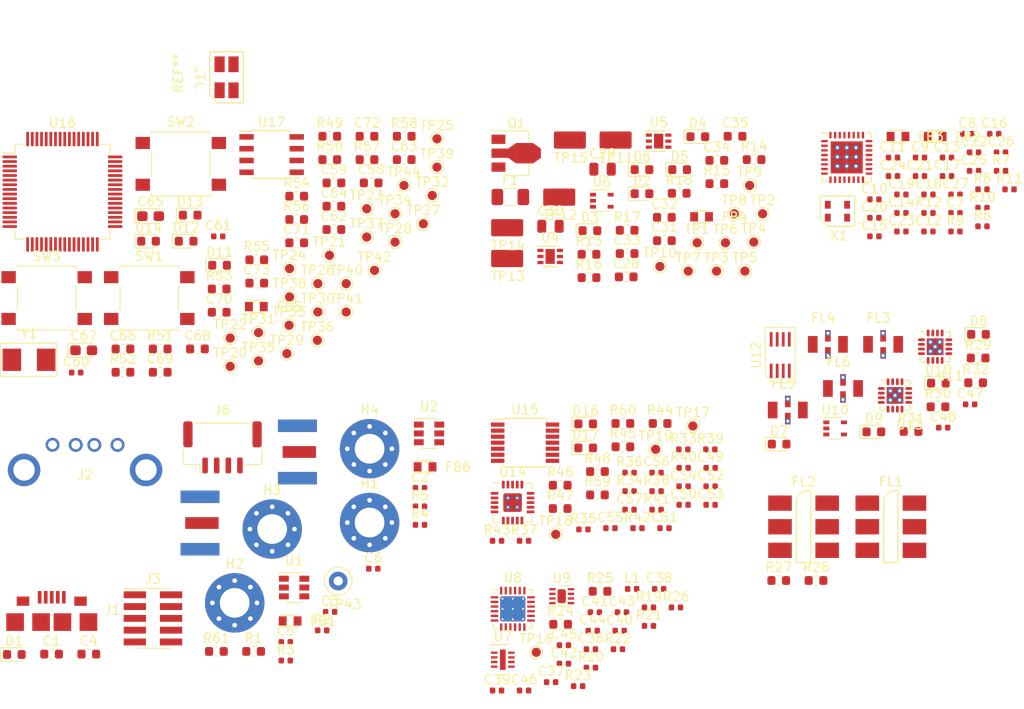
<source format=kicad_pcb>
(kicad_pcb (version 20171130) (host pcbnew "(5.1.0)-1")
  (layers (0 F.Cu signal) (1 GND signal) (2 3V3A signal) (31 B.Cu signal) (34 B.Paste user) (35 F.Paste user) (36 B.SilkS user) (37 F.SilkS user) (38 B.Mask user) (39 F.Mask user) (44 Edge.Cuts user))
  (net 0 "")
  (net 1 /Synth/RF_OUT_N)
  (net 2 "Net-(C1-Pad1)")
  (net 3 "/Filter Bank/RF_IN")
  (net 4 /Synth/RF_OUT_P)
  (net 5 "/Source Leveling/RF_IN")
  (net 6 "/Filter Bank/RF_OUT")
  (net 7 "/Directional Couplers/RF_IN")
  (net 8 "/Source Leveling/RF_OUT")
  (net 9 GND)
  (net 10 /1V8)
  (net 11 "Net-(C8-Pad1)")
  (net 12 "Net-(C9-Pad1)")
  (net 13 "Net-(C24-Pad1)")
  (net 14 /3V3A)
  (net 15 /Power/VIN)
  (net 16 /5V0)
  (net 17 /AD8319_RF)
  (net 18 "Net-(C50-Pad1)")
  (net 19 "Net-(C51-Pad1)")
  (net 20 "Net-(C52-Pad1)")
  (net 21 "Net-(D1-Pad2)")
  (net 22 "Net-(D2-Pad1)")
  (net 23 "Net-(D2-Pad2)")
  (net 24 "Net-(D3-Pad2)")
  (net 25 "Net-(D4-Pad2)")
  (net 26 /VBUS)
  (net 27 "/Directional Couplers/Forward_CPL")
  (net 28 "Net-(FL1-Pad4)")
  (net 29 "Net-(FL1-Pad6)")
  (net 30 "/Directional Couplers/RF_OUT")
  (net 31 "Net-(FL2-Pad4)")
  (net 32 /RF_REV_CPL)
  (net 33 "/Filter Bank/SW_1_RF_1")
  (net 34 "/Filter Bank/SW_2_RF_3")
  (net 35 "/Filter Bank/SW_2_RF_4")
  (net 36 "/Filter Bank/SW_1_RF_2")
  (net 37 "/Filter Bank/SW_1_RF_3")
  (net 38 "/Filter Bank/SW_2_RF_1")
  (net 39 "/Filter Bank/SW_2_RF_2")
  (net 40 "/Filter Bank/SW_1_RF_4")
  (net 41 /RF_THROUGH)
  (net 42 /RF_FWD_CPL)
  (net 43 "Net-(R7-Pad2)")
  (net 44 "Net-(R37-Pad1)")
  (net 45 "Net-(R38-Pad1)")
  (net 46 /Filter_CTRL1)
  (net 47 "/Filter Bank/SW_2_CTRL_1")
  (net 48 /Filter_CTRL2)
  (net 49 "Net-(C2-Pad1)")
  (net 50 "Net-(C4-Pad1)")
  (net 51 "Net-(C8-Pad2)")
  (net 52 "Net-(C10-Pad1)")
  (net 53 "Net-(C11-Pad1)")
  (net 54 VDD)
  (net 55 "Net-(C16-Pad1)")
  (net 56 "Net-(C20-Pad1)")
  (net 57 "Net-(C24-Pad2)")
  (net 58 "Net-(C26-Pad1)")
  (net 59 "Net-(C36-Pad1)")
  (net 60 "Net-(C37-Pad2)")
  (net 61 "Net-(C40-Pad2)")
  (net 62 "Net-(C43-Pad1)")
  (net 63 "Net-(C43-Pad2)")
  (net 64 "Net-(C46-Pad1)")
  (net 65 "Net-(C50-Pad2)")
  (net 66 "Net-(C53-Pad2)")
  (net 67 "Net-(C53-Pad1)")
  (net 68 "Net-(C54-Pad1)")
  (net 69 "Net-(C57-Pad1)")
  (net 70 VDDA)
  (net 71 "Net-(C60-Pad1)")
  (net 72 "Net-(C61-Pad1)")
  (net 73 /SWD_nRST)
  (net 74 "Net-(D5-Pad2)")
  (net 75 "Net-(D6-Pad2)")
  (net 76 "Net-(D7-Pad2)")
  (net 77 "Net-(D7-Pad1)")
  (net 78 "Net-(D8-Pad1)")
  (net 79 "Net-(D8-Pad2)")
  (net 80 "Net-(D9-Pad2)")
  (net 81 "Net-(D9-Pad1)")
  (net 82 "Net-(D10-Pad2)")
  (net 83 "Net-(D10-Pad1)")
  (net 84 "Net-(D11-Pad2)")
  (net 85 "Net-(D12-Pad2)")
  (net 86 "Net-(D13-Pad2)")
  (net 87 "Net-(D14-Pad2)")
  (net 88 /Microcontroller/STATUS_LED_R)
  (net 89 /Microcontroller/STATUS_LED_B)
  (net 90 /Microcontroller/STATUS_LED_G)
  (net 91 /Dp)
  (net 92 /Dn)
  (net 93 "Net-(J2-Pad2)")
  (net 94 "Net-(J2-Pad3)")
  (net 95 /SWD_IO)
  (net 96 /SWD_CLK)
  (net 97 /MAX2871_LD)
  (net 98 "Net-(R3-Pad1)")
  (net 99 "Net-(R6-Pad1)")
  (net 100 "Net-(R8-Pad2)")
  (net 101 "Net-(R10-Pad1)")
  (net 102 "Net-(R19-Pad1)")
  (net 103 "Net-(R21-Pad1)")
  (net 104 "Net-(R21-Pad2)")
  (net 105 /RF_PWR_LEVEL)
  (net 106 "Net-(R44-Pad1)")
  (net 107 "Net-(R44-Pad2)")
  (net 108 "Net-(R45-Pad2)")
  (net 109 "Net-(R45-Pad1)")
  (net 110 /AD8302_VMAG)
  (net 111 "Net-(R47-Pad2)")
  (net 112 /AD8302_VREF)
  (net 113 /AD8302_VPHASE)
  (net 114 /Microcontroller/BOOT0)
  (net 115 "Net-(R51-Pad1)")
  (net 116 "Net-(R52-Pad2)")
  (net 117 "Net-(R53-Pad2)")
  (net 118 "Net-(R54-Pad2)")
  (net 119 "Net-(R55-Pad2)")
  (net 120 "Net-(SW1-Pad2)")
  (net 121 "Net-(SW2-Pad2)")
  (net 122 /USB_D+)
  (net 123 /USB_D-)
  (net 124 /SCL)
  (net 125 /SDA)
  (net 126 /MAX2871_CLK)
  (net 127 /MAX2871_MOSI)
  (net 128 /MAX2871_LE)
  (net 129 /MAX2871_CHIP_EN)
  (net 130 /MAX2871_RFOUT_EN)
  (net 131 /MAX2871_MISO)
  (net 132 /ATTEN_CLK)
  (net 133 /ATTEN_LE)
  (net 134 /PA_PWRDN)
  (net 135 /Microcontroller/FLASH_nHOLD)
  (net 136 /Microcontroller/FLASH_nWP)
  (net 137 /Microcontroller/FLASH_nCS)
  (net 138 /Microcontroller/FLASH_SPI_MISO)
  (net 139 /Microcontroller/FLASH_SPI_MOSI)
  (net 140 /Microcontroller/FLASH_SPI_SCK)
  (net 141 "Net-(D16-Pad2)")
  (net 142 "Net-(D17-Pad2)")
  (net 143 "Net-(R56-Pad2)")
  (net 144 "Net-(R57-Pad2)")
  (net 145 /INPUT_SW_1)
  (net 146 /INPUT_SW_2)
  (net 147 /UART_TX)
  (net 148 /UART_RX)
  (net 149 "Net-(J1-Pad1)")
  (net 150 "Net-(R24-Pad2)")
  (net 151 /ATTEN_MISO)
  (net 152 /ATTEN_MOSI)
  (module VNA_Footprints:Crystal_SMD_5032-2Pin_5.0x3.2mm (layer F.Cu) (at 28.625001 51.425001)
    (fp_text reference Y1 (at 0 -2.8) (layer F.SilkS))
    (fp_text value 8MHz)
    (pad 2 smd rect (at 1.85 0) (size 2 2.4) (layers F.Cu F.Paste F.Mask) (net 71 "Net-(C60-Pad1)"))
    (pad 1 smd rect (at -1.85 0) (size 2 2.4) (layers F.Cu F.Paste F.Mask) (net 72 "Net-(C61-Pad1)"))
  )
  (module VNA_Footprints:SLP3-150-150-F (layer F.Cu) (at 44.7 19.8 90)
    (fp_text reference REF** (at -0.75 0 90) (layer F.SilkS))
    (fp_text value SLP3-150-150-F)
    (pad "" np_thru_hole circle (at 0 2.5 90) (size 1.1684 1.1684) (drill 1.1684) (layers *.Cu *.Mask))
    (pad "" np_thru_hole circle (at -2.54 2.5 90) (size 1.1684 1.1684) (drill 1.1684) (layers *.Cu *.Mask))
  )
  (module Capacitor_SMD:C_0603_1608Metric (layer F.Cu) (at 31.055001 83.125001)
    (fp_text reference C1 (at 0 -1.43) (layer F.SilkS))
    (fp_text value 100n)
    (pad 1 smd roundrect (at -0.7875 0) (size 0.875 0.95) (layers F.Cu F.Paste F.Mask) (net 2 "Net-(C1-Pad1)"))
    (pad 2 smd roundrect (at 0.7875 0) (size 0.875 0.95) (layers F.Cu F.Paste F.Mask) (net 9 GND))
  )
  (module Capacitor_SMD:C_0402_1005Metric (layer F.Cu) (at 70.735001 65.225001)
    (fp_text reference C2 (at 0 -1.17) (layer F.SilkS))
    (fp_text value 1n)
    (pad 2 smd roundrect (at 0.485 0) (size 0.59 0.64) (layers F.Cu F.Paste F.Mask) (net 1 /Synth/RF_OUT_N))
    (pad 1 smd roundrect (at -0.485 0) (size 0.59 0.64) (layers F.Cu F.Paste F.Mask) (net 49 "Net-(C2-Pad1)"))
  )
  (module Capacitor_SMD:C_0402_1005Metric (layer F.Cu) (at 61.055001 78.575001)
    (fp_text reference C3 (at 0 -1.17) (layer F.SilkS))
    (fp_text value 1n)
    (pad 2 smd roundrect (at 0.485 0) (size 0.59 0.64) (layers F.Cu F.Paste F.Mask) (net 4 /Synth/RF_OUT_P))
    (pad 1 smd roundrect (at -0.485 0) (size 0.59 0.64) (layers F.Cu F.Paste F.Mask) (net 3 "/Filter Bank/RF_IN"))
  )
  (module Capacitor_SMD:C_0603_1608Metric (layer F.Cu) (at 35.065001 83.125001)
    (fp_text reference C4 (at 0 -1.43) (layer F.SilkS))
    (fp_text value 100n)
    (pad 2 smd roundrect (at 0.7875 0) (size 0.875 0.95) (layers F.Cu F.Paste F.Mask) (net 9 GND))
    (pad 1 smd roundrect (at -0.7875 0) (size 0.875 0.95) (layers F.Cu F.Paste F.Mask) (net 50 "Net-(C4-Pad1)"))
  )
  (module Capacitor_SMD:C_0402_1005Metric (layer F.Cu) (at 56.275001 81.825001)
    (fp_text reference C5 (at 0 -1.17) (layer F.SilkS))
    (fp_text value 1n)
    (pad 2 smd roundrect (at 0.485 0) (size 0.59 0.64) (layers F.Cu F.Paste F.Mask) (net 6 "/Filter Bank/RF_OUT"))
    (pad 1 smd roundrect (at -0.485 0) (size 0.59 0.64) (layers F.Cu F.Paste F.Mask) (net 5 "/Source Leveling/RF_IN"))
  )
  (module Capacitor_SMD:C_0402_1005Metric (layer F.Cu) (at 65.705001 73.925001)
    (fp_text reference C6 (at 0 -1.17) (layer F.SilkS))
    (fp_text value 1n)
    (pad 1 smd roundrect (at -0.485 0) (size 0.59 0.64) (layers F.Cu F.Paste F.Mask) (net 7 "/Directional Couplers/RF_IN"))
    (pad 2 smd roundrect (at 0.485 0) (size 0.59 0.64) (layers F.Cu F.Paste F.Mask) (net 8 "/Source Leveling/RF_OUT"))
  )
  (module Capacitor_SMD:C_0402_1005Metric (layer F.Cu) (at 128.405001 35.615001)
    (fp_text reference C7 (at 0 -1.17) (layer F.SilkS))
    (fp_text value 100n)
    (pad 2 smd roundrect (at 0.485 0) (size 0.59 0.64) (layers F.Cu F.Paste F.Mask) (net 9 GND))
    (pad 1 smd roundrect (at -0.485 0) (size 0.59 0.64) (layers F.Cu F.Paste F.Mask) (net 10 /1V8))
  )
  (module Capacitor_SMD:C_0402_1005Metric (layer F.Cu) (at 129.675001 27.095001)
    (fp_text reference C8 (at 0 -1.17) (layer F.SilkS))
    (fp_text value 10n)
    (pad 1 smd roundrect (at -0.485 0) (size 0.59 0.64) (layers F.Cu F.Paste F.Mask) (net 11 "Net-(C8-Pad1)"))
    (pad 2 smd roundrect (at 0.485 0) (size 0.59 0.64) (layers F.Cu F.Paste F.Mask) (net 51 "Net-(C8-Pad2)"))
  )
  (module Capacitor_SMD:C_0402_1005Metric (layer F.Cu) (at 124.585001 29.645001)
    (fp_text reference C9 (at 0 -1.17) (layer F.SilkS))
    (fp_text value 1u)
    (pad 2 smd roundrect (at 0.485 0) (size 0.59 0.64) (layers F.Cu F.Paste F.Mask) (net 9 GND))
    (pad 1 smd roundrect (at -0.485 0) (size 0.59 0.64) (layers F.Cu F.Paste F.Mask) (net 12 "Net-(C9-Pad1)"))
  )
  (module Capacitor_SMD:C_0402_1005Metric (layer F.Cu) (at 119.675001 34.145001)
    (fp_text reference C10 (at 0 -1.17) (layer F.SilkS))
    (fp_text value 1u)
    (pad 1 smd roundrect (at -0.485 0) (size 0.59 0.64) (layers F.Cu F.Paste F.Mask) (net 52 "Net-(C10-Pad1)"))
    (pad 2 smd roundrect (at 0.485 0) (size 0.59 0.64) (layers F.Cu F.Paste F.Mask) (net 9 GND))
  )
  (module Capacitor_SMD:C_0402_1005Metric (layer F.Cu) (at 121.675001 29.645001)
    (fp_text reference C11 (at 0 -1.17) (layer F.SilkS))
    (fp_text value 1u)
    (pad 2 smd roundrect (at 0.485 0) (size 0.59 0.64) (layers F.Cu F.Paste F.Mask) (net 9 GND))
    (pad 1 smd roundrect (at -0.485 0) (size 0.59 0.64) (layers F.Cu F.Paste F.Mask) (net 53 "Net-(C11-Pad1)"))
  )
  (module Capacitor_SMD:C_0402_1005Metric (layer F.Cu) (at 125.495001 37.605001)
    (fp_text reference C12 (at 0 -1.17) (layer F.SilkS))
    (fp_text value 10n)
    (pad 2 smd roundrect (at 0.485 0) (size 0.59 0.64) (layers F.Cu F.Paste F.Mask) (net 9 GND))
    (pad 1 smd roundrect (at -0.485 0) (size 0.59 0.64) (layers F.Cu F.Paste F.Mask) (net 54 VDD))
  )
  (module Capacitor_SMD:C_0402_1005Metric (layer F.Cu) (at 127.495001 29.645001)
    (fp_text reference C13 (at 0 -1.17) (layer F.SilkS))
    (fp_text value 100p)
    (pad 1 smd roundrect (at -0.485 0) (size 0.59 0.64) (layers F.Cu F.Paste F.Mask) (net 54 VDD))
    (pad 2 smd roundrect (at 0.485 0) (size 0.59 0.64) (layers F.Cu F.Paste F.Mask) (net 9 GND))
  )
  (module Capacitor_SMD:C_0402_1005Metric (layer F.Cu) (at 122.585001 35.615001)
    (fp_text reference C14 (at 0 -1.17) (layer F.SilkS))
    (fp_text value 10n)
    (pad 2 smd roundrect (at 0.485 0) (size 0.59 0.64) (layers F.Cu F.Paste F.Mask) (net 9 GND))
    (pad 1 smd roundrect (at -0.485 0) (size 0.59 0.64) (layers F.Cu F.Paste F.Mask) (net 54 VDD))
  )
  (module Capacitor_SMD:C_0402_1005Metric (layer F.Cu) (at 119.675001 38.125001)
    (fp_text reference C15 (at 0 -1.17) (layer F.SilkS))
    (fp_text value 100p)
    (pad 1 smd roundrect (at -0.485 0) (size 0.59 0.64) (layers F.Cu F.Paste F.Mask) (net 54 VDD))
    (pad 2 smd roundrect (at 0.485 0) (size 0.59 0.64) (layers F.Cu F.Paste F.Mask) (net 9 GND))
  )
  (module Capacitor_SMD:C_0402_1005Metric (layer F.Cu) (at 132.585001 27.095001)
    (fp_text reference C16 (at 0 -1.17) (layer F.SilkS))
    (fp_text value 10n)
    (pad 1 smd roundrect (at -0.485 0) (size 0.59 0.64) (layers F.Cu F.Paste F.Mask) (net 55 "Net-(C16-Pad1)"))
    (pad 2 smd roundrect (at 0.485 0) (size 0.59 0.64) (layers F.Cu F.Paste F.Mask) (net 9 GND))
  )
  (module Capacitor_SMD:C_0402_1005Metric (layer F.Cu) (at 127.495001 31.635001)
    (fp_text reference C17 (at 0 -1.17) (layer F.SilkS))
    (fp_text value 100p)
    (pad 1 smd roundrect (at -0.485 0) (size 0.59 0.64) (layers F.Cu F.Paste F.Mask) (net 55 "Net-(C16-Pad1)"))
    (pad 2 smd roundrect (at 0.485 0) (size 0.59 0.64) (layers F.Cu F.Paste F.Mask) (net 9 GND))
  )
  (module Capacitor_SMD:C_0402_1005Metric (layer F.Cu) (at 125.495001 33.625001)
    (fp_text reference C18 (at 0 -1.17) (layer F.SilkS))
    (fp_text value 10n)
    (pad 2 smd roundrect (at 0.485 0) (size 0.59 0.64) (layers F.Cu F.Paste F.Mask) (net 9 GND))
    (pad 1 smd roundrect (at -0.485 0) (size 0.59 0.64) (layers F.Cu F.Paste F.Mask) (net 55 "Net-(C16-Pad1)"))
  )
  (module Capacitor_SMD:C_0402_1005Metric (layer F.Cu) (at 122.585001 33.625001)
    (fp_text reference C19 (at 0 -1.17) (layer F.SilkS))
    (fp_text value 100p)
    (pad 1 smd roundrect (at -0.485 0) (size 0.59 0.64) (layers F.Cu F.Paste F.Mask) (net 55 "Net-(C16-Pad1)"))
    (pad 2 smd roundrect (at 0.485 0) (size 0.59 0.64) (layers F.Cu F.Paste F.Mask) (net 9 GND))
  )
  (module Capacitor_SMD:C_0402_1005Metric (layer F.Cu) (at 119.675001 36.135001)
    (fp_text reference C20 (at 0 -1.17) (layer F.SilkS))
    (fp_text value 10n)
    (pad 2 smd roundrect (at 0.485 0) (size 0.59 0.64) (layers F.Cu F.Paste F.Mask) (net 9 GND))
    (pad 1 smd roundrect (at -0.485 0) (size 0.59 0.64) (layers F.Cu F.Paste F.Mask) (net 56 "Net-(C20-Pad1)"))
  )
  (module Capacitor_SMD:C_0402_1005Metric (layer F.Cu) (at 124.585001 31.635001)
    (fp_text reference C21 (at 0 -1.17) (layer F.SilkS))
    (fp_text value 100p)
    (pad 1 smd roundrect (at -0.485 0) (size 0.59 0.64) (layers F.Cu F.Paste F.Mask) (net 56 "Net-(C20-Pad1)"))
    (pad 2 smd roundrect (at 0.485 0) (size 0.59 0.64) (layers F.Cu F.Paste F.Mask) (net 9 GND))
  )
  (module Capacitor_SMD:C_0402_1005Metric (layer F.Cu) (at 130.405001 29.085001)
    (fp_text reference C22 (at 0 -1.17) (layer F.SilkS))
    (fp_text value 10n)
    (pad 2 smd roundrect (at 0.485 0) (size 0.59 0.64) (layers F.Cu F.Paste F.Mask) (net 9 GND))
    (pad 1 smd roundrect (at -0.485 0) (size 0.59 0.64) (layers F.Cu F.Paste F.Mask) (net 56 "Net-(C20-Pad1)"))
  )
  (module Capacitor_SMD:C_0402_1005Metric (layer F.Cu) (at 122.585001 37.605001)
    (fp_text reference C23 (at 0 -1.17) (layer F.SilkS))
    (fp_text value 100p)
    (pad 1 smd roundrect (at -0.485 0) (size 0.59 0.64) (layers F.Cu F.Paste F.Mask) (net 56 "Net-(C20-Pad1)"))
    (pad 2 smd roundrect (at 0.485 0) (size 0.59 0.64) (layers F.Cu F.Paste F.Mask) (net 9 GND))
  )
  (module Capacitor_SMD:C_0402_1005Metric (layer F.Cu) (at 121.675001 31.635001)
    (fp_text reference C24 (at 0 -1.17) (layer F.SilkS))
    (fp_text value 100n)
    (pad 2 smd roundrect (at 0.485 0) (size 0.59 0.64) (layers F.Cu F.Paste F.Mask) (net 57 "Net-(C24-Pad2)"))
    (pad 1 smd roundrect (at -0.485 0) (size 0.59 0.64) (layers F.Cu F.Paste F.Mask) (net 13 "Net-(C24-Pad1)"))
  )
  (module Capacitor_SMD:C_0402_1005Metric (layer F.Cu) (at 130.405001 31.075001)
    (fp_text reference C25 (at 0 -1.17) (layer F.SilkS))
    (fp_text value 12n)
    (pad 1 smd roundrect (at -0.485 0) (size 0.59 0.64) (layers F.Cu F.Paste F.Mask) (net 57 "Net-(C24-Pad2)"))
    (pad 2 smd roundrect (at 0.485 0) (size 0.59 0.64) (layers F.Cu F.Paste F.Mask) (net 9 GND))
  )
  (module Capacitor_SMD:C_0402_1005Metric (layer F.Cu) (at 133.315001 29.085001)
    (fp_text reference C26 (at 0 -1.17) (layer F.SilkS))
    (fp_text value 820p)
    (pad 2 smd roundrect (at 0.485 0) (size 0.59 0.64) (layers F.Cu F.Paste F.Mask) (net 9 GND))
    (pad 1 smd roundrect (at -0.485 0) (size 0.59 0.64) (layers F.Cu F.Paste F.Mask) (net 58 "Net-(C26-Pad1)"))
  )
  (module Capacitor_SMD:C_0402_1005Metric (layer F.Cu) (at 128.405001 33.625001)
    (fp_text reference C27 (at 0 -1.17) (layer F.SilkS))
    (fp_text value 100p)
    (pad 1 smd roundrect (at -0.485 0) (size 0.59 0.64) (layers F.Cu F.Paste F.Mask) (net 14 /3V3A))
    (pad 2 smd roundrect (at 0.485 0) (size 0.59 0.64) (layers F.Cu F.Paste F.Mask) (net 9 GND))
  )
  (module Capacitor_SMD:C_0603_1608Metric (layer F.Cu) (at 92.945001 42.495001)
    (fp_text reference C28 (at 0 -1.43) (layer F.SilkS))
    (fp_text value 1u)
    (pad 1 smd roundrect (at -0.7875 0) (size 0.875 0.95) (layers F.Cu F.Paste F.Mask) (net 15 /Power/VIN))
    (pad 2 smd roundrect (at 0.7875 0) (size 0.875 0.95) (layers F.Cu F.Paste F.Mask) (net 9 GND))
  )
  (module Capacitor_SMD:C_0805_2012Metric (layer F.Cu) (at 90.395001 30.895001)
    (fp_text reference C29 (at 0 -1.65) (layer F.SilkS))
    (fp_text value 10u)
    (pad 2 smd roundrect (at 0.9375 0) (size 0.975 1.4) (layers F.Cu F.Paste F.Mask) (net 9 GND))
    (pad 1 smd roundrect (at -0.9375 0) (size 0.975 1.4) (layers F.Cu F.Paste F.Mask) (net 15 /Power/VIN))
  )
  (module Capacitor_SMD:C_0805_2012Metric (layer F.Cu) (at 84.785001 37.045001)
    (fp_text reference C30 (at 0 -1.65) (layer F.SilkS))
    (fp_text value 10u)
    (pad 1 smd roundrect (at -0.9375 0) (size 0.975 1.4) (layers F.Cu F.Paste F.Mask) (net 16 /5V0))
    (pad 2 smd roundrect (at 0.9375 0) (size 0.975 1.4) (layers F.Cu F.Paste F.Mask) (net 9 GND))
  )
  (module Capacitor_SMD:C_0603_1608Metric (layer F.Cu) (at 97.055001 38.595001)
    (fp_text reference C31 (at 0 -1.43) (layer F.SilkS))
    (fp_text value 1u)
    (pad 2 smd roundrect (at 0.7875 0) (size 0.875 0.95) (layers F.Cu F.Paste F.Mask) (net 9 GND))
    (pad 1 smd roundrect (at -0.7875 0) (size 0.875 0.95) (layers F.Cu F.Paste F.Mask) (net 14 /3V3A))
  )
  (module Capacitor_SMD:C_0603_1608Metric (layer F.Cu) (at 97.055001 36.085001)
    (fp_text reference C32 (at 0 -1.43) (layer F.SilkS))
    (fp_text value 1u)
    (pad 2 smd roundrect (at 0.7875 0) (size 0.875 0.95) (layers F.Cu F.Paste F.Mask) (net 9 GND))
    (pad 1 smd roundrect (at -0.7875 0) (size 0.875 0.95) (layers F.Cu F.Paste F.Mask) (net 15 /Power/VIN))
  )
  (module Capacitor_SMD:C_0603_1608Metric (layer F.Cu) (at 93.045001 39.985001)
    (fp_text reference C33 (at 0 -1.43) (layer F.SilkS))
    (fp_text value 1u)
    (pad 1 smd roundrect (at -0.7875 0) (size 0.875 0.95) (layers F.Cu F.Paste F.Mask) (net 14 /3V3A))
    (pad 2 smd roundrect (at 0.7875 0) (size 0.875 0.95) (layers F.Cu F.Paste F.Mask) (net 9 GND))
  )
  (module Capacitor_SMD:C_0603_1608Metric (layer F.Cu) (at 102.705001 29.945001)
    (fp_text reference C34 (at 0 -1.43) (layer F.SilkS))
    (fp_text value 1u)
    (pad 1 smd roundrect (at -0.7875 0) (size 0.875 0.95) (layers F.Cu F.Paste F.Mask) (net 54 VDD))
    (pad 2 smd roundrect (at 0.7875 0) (size 0.875 0.95) (layers F.Cu F.Paste F.Mask) (net 9 GND))
  )
  (module Capacitor_SMD:C_0603_1608Metric (layer F.Cu) (at 104.665001 27.355001)
    (fp_text reference C35 (at 0 -1.43) (layer F.SilkS))
    (fp_text value 1u)
    (pad 2 smd roundrect (at 0.7875 0) (size 0.875 0.95) (layers F.Cu F.Paste F.Mask) (net 9 GND))
    (pad 1 smd roundrect (at -0.7875 0) (size 0.875 0.95) (layers F.Cu F.Paste F.Mask) (net 10 /1V8))
  )
  (module Capacitor_SMD:C_0402_1005Metric (layer F.Cu) (at 89.145001 82.595001)
    (fp_text reference C36 (at 0 -1.17) (layer F.SilkS))
    (fp_text value 8.2p)
    (pad 2 smd roundrect (at 0.485 0) (size 0.59 0.64) (layers F.Cu F.Paste F.Mask) (net 9 GND))
    (pad 1 smd roundrect (at -0.485 0) (size 0.59 0.64) (layers F.Cu F.Paste F.Mask) (net 59 "Net-(C36-Pad1)"))
  )
  (module Capacitor_SMD:C_0402_1005Metric (layer F.Cu) (at 84.855001 86.145001)
    (fp_text reference C37 (at 0 -1.17) (layer F.SilkS))
    (fp_text value 47n)
    (pad 1 smd roundrect (at -0.485 0) (size 0.59 0.64) (layers F.Cu F.Paste F.Mask) (net 17 /AD8319_RF))
    (pad 2 smd roundrect (at 0.485 0) (size 0.59 0.64) (layers F.Cu F.Paste F.Mask) (net 60 "Net-(C37-Pad2)"))
  )
  (module Capacitor_SMD:C_0402_1005Metric (layer F.Cu) (at 96.495001 76.105001)
    (fp_text reference C38 (at 0 -1.17) (layer F.SilkS))
    (fp_text value 100n)
    (pad 1 smd roundrect (at -0.485 0) (size 0.59 0.64) (layers F.Cu F.Paste F.Mask) (net 9 GND))
    (pad 2 smd roundrect (at 0.485 0) (size 0.59 0.64) (layers F.Cu F.Paste F.Mask) (net 14 /3V3A))
  )
  (module Capacitor_SMD:C_0402_1005Metric (layer F.Cu) (at 79.035001 87.045001)
    (fp_text reference C39 (at 0 -1.17) (layer F.SilkS))
    (fp_text value 100p)
    (pad 2 smd roundrect (at 0.485 0) (size 0.59 0.64) (layers F.Cu F.Paste F.Mask) (net 14 /3V3A))
    (pad 1 smd roundrect (at -0.485 0) (size 0.59 0.64) (layers F.Cu F.Paste F.Mask) (net 9 GND))
  )
  (module Capacitor_SMD:C_0402_1005Metric (layer F.Cu) (at 92.245001 80.605001)
    (fp_text reference C40 (at 0 -1.17) (layer F.SilkS))
    (fp_text value 47n)
    (pad 1 smd roundrect (at -0.485 0) (size 0.59 0.64) (layers F.Cu F.Paste F.Mask) (net 9 GND))
    (pad 2 smd roundrect (at 0.485 0) (size 0.59 0.64) (layers F.Cu F.Paste F.Mask) (net 61 "Net-(C40-Pad2)"))
  )
  (module Capacitor_SMD:C_0402_1005Metric (layer F.Cu) (at 89.575001 78.615001)
    (fp_text reference C41 (at 0 -1.17) (layer F.SilkS))
    (fp_text value 100n)
    (pad 1 smd roundrect (at -0.485 0) (size 0.59 0.64) (layers F.Cu F.Paste F.Mask) (net 9 GND))
    (pad 2 smd roundrect (at 0.485 0) (size 0.59 0.64) (layers F.Cu F.Paste F.Mask) (net 14 /3V3A))
  )
  (module Capacitor_SMD:C_0402_1005Metric (layer F.Cu) (at 86.235001 84.155001)
    (fp_text reference C42 (at 0 -1.17) (layer F.SilkS))
    (fp_text value 100p)
    (pad 1 smd roundrect (at -0.485 0) (size 0.59 0.64) (layers F.Cu F.Paste F.Mask) (net 9 GND))
    (pad 2 smd roundrect (at 0.485 0) (size 0.59 0.64) (layers F.Cu F.Paste F.Mask) (net 14 /3V3A))
  )
  (module Capacitor_SMD:C_0402_1005Metric (layer F.Cu) (at 92.485001 78.615001)
    (fp_text reference C43 (at 0 -1.17) (layer F.SilkS))
    (fp_text value 1n)
    (pad 1 smd roundrect (at -0.485 0) (size 0.59 0.64) (layers F.Cu F.Paste F.Mask) (net 62 "Net-(C43-Pad1)"))
    (pad 2 smd roundrect (at 0.485 0) (size 0.59 0.64) (layers F.Cu F.Paste F.Mask) (net 63 "Net-(C43-Pad2)"))
  )
  (module Capacitor_SMD:C_0402_1005Metric (layer F.Cu) (at 89.335001 80.605001)
    (fp_text reference C44 (at 0 -1.17) (layer F.SilkS))
    (fp_text value 10n)
    (pad 2 smd roundrect (at 0.485 0) (size 0.59 0.64) (layers F.Cu F.Paste F.Mask) (net 9 GND))
    (pad 1 smd roundrect (at -0.485 0) (size 0.59 0.64) (layers F.Cu F.Paste F.Mask) (net 16 /5V0))
  )
  (module Capacitor_SMD:C_0402_1005Metric (layer F.Cu) (at 86.235001 82.165001)
    (fp_text reference C45 (at 0 -1.17) (layer F.SilkS))
    (fp_text value 10n)
    (pad 1 smd roundrect (at -0.485 0) (size 0.59 0.64) (layers F.Cu F.Paste F.Mask) (net 16 /5V0))
    (pad 2 smd roundrect (at 0.485 0) (size 0.59 0.64) (layers F.Cu F.Paste F.Mask) (net 9 GND))
  )
  (module Capacitor_SMD:C_0402_1005Metric (layer F.Cu) (at 81.945001 87.045001)
    (fp_text reference C46 (at 0 -1.17) (layer F.SilkS))
    (fp_text value 10p)
    (pad 2 smd roundrect (at 0.485 0) (size 0.59 0.64) (layers F.Cu F.Paste F.Mask) (net 9 GND))
    (pad 1 smd roundrect (at -0.485 0) (size 0.59 0.64) (layers F.Cu F.Paste F.Mask) (net 64 "Net-(C46-Pad1)"))
  )
  (module Capacitor_SMD:C_0402_1005Metric (layer F.Cu) (at 129.985001 56.225001)
    (fp_text reference C47 (at 0 -1.17) (layer F.SilkS))
    (fp_text value 10n)
    (pad 2 smd roundrect (at 0.485 0) (size 0.59 0.64) (layers F.Cu F.Paste F.Mask) (net 14 /3V3A))
    (pad 1 smd roundrect (at -0.485 0) (size 0.59 0.64) (layers F.Cu F.Paste F.Mask) (net 9 GND))
  )
  (module Capacitor_SMD:C_0402_1005Metric (layer F.Cu) (at 127.085001 58.735001)
    (fp_text reference C48 (at 0 -1.17) (layer F.SilkS))
    (fp_text value 10n)
    (pad 1 smd roundrect (at -0.485 0) (size 0.59 0.64) (layers F.Cu F.Paste F.Mask) (net 9 GND))
    (pad 2 smd roundrect (at 0.485 0) (size 0.59 0.64) (layers F.Cu F.Paste F.Mask) (net 14 /3V3A))
  )
  (module Capacitor_SMD:C_0402_1005Metric (layer F.Cu) (at 102.035001 63.065001)
    (fp_text reference C49 (at 0 -1.17) (layer F.SilkS))
    (fp_text value 10n)
    (pad 2 smd roundrect (at 0.485 0) (size 0.59 0.64) (layers F.Cu F.Paste F.Mask) (net 14 /3V3A))
    (pad 1 smd roundrect (at -0.485 0) (size 0.59 0.64) (layers F.Cu F.Paste F.Mask) (net 9 GND))
  )
  (module Capacitor_SMD:C_0402_1005Metric (layer F.Cu) (at 99.125001 67.045001)
    (fp_text reference C50 (at 0 -1.17) (layer F.SilkS))
    (fp_text value 1n)
    (pad 2 smd roundrect (at 0.485 0) (size 0.59 0.64) (layers F.Cu F.Paste F.Mask) (net 65 "Net-(C50-Pad2)"))
    (pad 1 smd roundrect (at -0.485 0) (size 0.59 0.64) (layers F.Cu F.Paste F.Mask) (net 18 "Net-(C50-Pad1)"))
  )
  (module Capacitor_SMD:C_0402_1005Metric (layer F.Cu) (at 97.065001 69.555001)
    (fp_text reference C51 (at 0 -1.17) (layer F.SilkS))
    (fp_text value 1n)
    (pad 1 smd roundrect (at -0.485 0) (size 0.59 0.64) (layers F.Cu F.Paste F.Mask) (net 19 "Net-(C51-Pad1)"))
    (pad 2 smd roundrect (at 0.485 0) (size 0.59 0.64) (layers F.Cu F.Paste F.Mask) (net 9 GND))
  )
  (module Capacitor_SMD:C_0402_1005Metric (layer F.Cu) (at 102.035001 65.055001)
    (fp_text reference C52 (at 0 -1.17) (layer F.SilkS))
    (fp_text value 1n)
    (pad 2 smd roundrect (at 0.485 0) (size 0.59 0.64) (layers F.Cu F.Paste F.Mask) (net 9 GND))
    (pad 1 smd roundrect (at -0.485 0) (size 0.59 0.64) (layers F.Cu F.Paste F.Mask) (net 20 "Net-(C52-Pad1)"))
  )
  (module Capacitor_SMD:C_0402_1005Metric (layer F.Cu) (at 102.035001 67.045001)
    (fp_text reference C53 (at 0 -1.17) (layer F.SilkS))
    (fp_text value 1n)
    (pad 1 smd roundrect (at -0.485 0) (size 0.59 0.64) (layers F.Cu F.Paste F.Mask) (net 67 "Net-(C53-Pad1)"))
    (pad 2 smd roundrect (at 0.485 0) (size 0.59 0.64) (layers F.Cu F.Paste F.Mask) (net 66 "Net-(C53-Pad2)"))
  )
  (module Capacitor_SMD:C_0402_1005Metric (layer F.Cu) (at 99.125001 65.055001)
    (fp_text reference C54 (at 0 -1.17) (layer F.SilkS))
    (fp_text value DNP)
    (pad 2 smd roundrect (at 0.485 0) (size 0.59 0.64) (layers F.Cu F.Paste F.Mask) (net 9 GND))
    (pad 1 smd roundrect (at -0.485 0) (size 0.59 0.64) (layers F.Cu F.Paste F.Mask) (net 68 "Net-(C54-Pad1)"))
  )
  (module Capacitor_SMD:C_0402_1005Metric (layer F.Cu) (at 91.245001 69.555001)
    (fp_text reference C55 (at 0 -1.17) (layer F.SilkS))
    (fp_text value 100n)
    (pad 1 smd roundrect (at -0.485 0) (size 0.59 0.64) (layers F.Cu F.Paste F.Mask) (net 9 GND))
    (pad 2 smd roundrect (at 0.485 0) (size 0.59 0.64) (layers F.Cu F.Paste F.Mask) (net 14 /3V3A))
  )
  (module Capacitor_SMD:C_0402_1005Metric (layer F.Cu) (at 96.215001 63.585001)
    (fp_text reference C56 (at 0 -1.17) (layer F.SilkS))
    (fp_text value 100p)
    (pad 2 smd roundrect (at 0.485 0) (size 0.59 0.64) (layers F.Cu F.Paste F.Mask) (net 14 /3V3A))
    (pad 1 smd roundrect (at -0.485 0) (size 0.59 0.64) (layers F.Cu F.Paste F.Mask) (net 9 GND))
  )
  (module Capacitor_SMD:C_0402_1005Metric (layer F.Cu) (at 93.305001 67.565001)
    (fp_text reference C57 (at 0 -1.17) (layer F.SilkS))
    (fp_text value DNP)
    (pad 1 smd roundrect (at -0.485 0) (size 0.59 0.64) (layers F.Cu F.Paste F.Mask) (net 69 "Net-(C57-Pad1)"))
    (pad 2 smd roundrect (at 0.485 0) (size 0.59 0.64) (layers F.Cu F.Paste F.Mask) (net 9 GND))
  )
  (module Capacitor_SMD:C_0603_1608Metric (layer F.Cu) (at 65.475001 32.375001)
    (fp_text reference C58 (at 0 -1.43) (layer F.SilkS))
    (fp_text value 1u)
    (pad 2 smd roundrect (at 0.7875 0) (size 0.875 0.95) (layers F.Cu F.Paste F.Mask) (net 9 GND))
    (pad 1 smd roundrect (at -0.7875 0) (size 0.875 0.95) (layers F.Cu F.Paste F.Mask) (net 70 VDDA))
  )
  (module Capacitor_SMD:C_0603_1608Metric (layer F.Cu) (at 61.465001 32.375001)
    (fp_text reference C59 (at 0 -1.43) (layer F.SilkS))
    (fp_text value 100n)
    (pad 1 smd roundrect (at -0.7875 0) (size 0.875 0.95) (layers F.Cu F.Paste F.Mask) (net 70 VDDA))
    (pad 2 smd roundrect (at 0.7875 0) (size 0.875 0.95) (layers F.Cu F.Paste F.Mask) (net 9 GND))
  )
  (module Capacitor_SMD:C_0402_1005Metric (layer F.Cu) (at 33.705001 52.805001)
    (fp_text reference C60 (at 0 -1.17) (layer F.SilkS))
    (fp_text value 10p)
    (pad 2 smd roundrect (at 0.485 0) (size 0.59 0.64) (layers F.Cu F.Paste F.Mask) (net 9 GND))
    (pad 1 smd roundrect (at -0.485 0) (size 0.59 0.64) (layers F.Cu F.Paste F.Mask) (net 71 "Net-(C60-Pad1)"))
  )
  (module Capacitor_SMD:C_0402_1005Metric (layer F.Cu) (at 49.005001 38.135001)
    (fp_text reference C61 (at 0 -1.17) (layer F.SilkS))
    (fp_text value 10p)
    (pad 1 smd roundrect (at -0.485 0) (size 0.59 0.64) (layers F.Cu F.Paste F.Mask) (net 72 "Net-(C61-Pad1)"))
    (pad 2 smd roundrect (at 0.485 0) (size 0.59 0.64) (layers F.Cu F.Paste F.Mask) (net 9 GND))
  )
  (module Capacitor_SMD:C_0603_1608Metric (layer F.Cu) (at 61.465001 37.395001)
    (fp_text reference C62 (at 0 -1.43) (layer F.SilkS))
    (fp_text value 1u)
    (pad 1 smd roundrect (at -0.7875 0) (size 0.875 0.95) (layers F.Cu F.Paste F.Mask) (net 70 VDDA))
    (pad 2 smd roundrect (at 0.7875 0) (size 0.875 0.95) (layers F.Cu F.Paste F.Mask) (net 9 GND))
  )
  (module Capacitor_SMD:C_0603_1608Metric (layer F.Cu) (at 69.035001 29.865001)
    (fp_text reference C63 (at 0 -1.43) (layer F.SilkS))
    (fp_text value 100n)
    (pad 2 smd roundrect (at 0.7875 0) (size 0.875 0.95) (layers F.Cu F.Paste F.Mask) (net 9 GND))
    (pad 1 smd roundrect (at -0.7875 0) (size 0.875 0.95) (layers F.Cu F.Paste F.Mask) (net 73 /SWD_nRST))
  )
  (module Capacitor_SMD:C_0603_1608Metric (layer F.Cu) (at 61.465001 34.885001)
    (fp_text reference C64 (at 0 -1.43) (layer F.SilkS))
    (fp_text value 100n)
    (pad 2 smd roundrect (at 0.7875 0) (size 0.875 0.95) (layers F.Cu F.Paste F.Mask) (net 9 GND))
    (pad 1 smd roundrect (at -0.7875 0) (size 0.875 0.95) (layers F.Cu F.Paste F.Mask) (net 70 VDDA))
  )
  (module Capacitor_Tantalum_SMD:CP_EIA-2012-15_AVX-P (layer F.Cu) (at 41.720001 35.955001)
    (fp_text reference C65 (at 0 -1.58) (layer F.SilkS))
    (fp_text value "1u ")
    (pad 2 smd roundrect (at 0.8875 0) (size 1.125 1.05) (layers F.Cu F.Paste F.Mask) (roundrect_rratio 0.238095) (net 9 GND))
    (pad 1 smd roundrect (at -0.8875 0) (size 1.125 1.05) (layers F.Cu F.Paste F.Mask) (roundrect_rratio 0.238095) (net 54 VDD))
  )
  (module Capacitor_SMD:C_0603_1608Metric (layer F.Cu) (at 38.745001 50.255001)
    (fp_text reference C66 (at 0 -1.43) (layer F.SilkS))
    (fp_text value 100n)
    (pad 2 smd roundrect (at 0.7875 0) (size 0.875 0.95) (layers F.Cu F.Paste F.Mask) (net 9 GND))
    (pad 1 smd roundrect (at -0.7875 0) (size 0.875 0.95) (layers F.Cu F.Paste F.Mask) (net 54 VDD))
  )
  (module Capacitor_Tantalum_SMD:CP_EIA-2012-15_AVX-P (layer F.Cu) (at 34.520001 50.405001)
    (fp_text reference C67 (at 0 -1.58) (layer F.SilkS))
    (fp_text value "1u ")
    (pad 1 smd roundrect (at -0.8875 0) (size 1.125 1.05) (layers F.Cu F.Paste F.Mask) (roundrect_rratio 0.238095) (net 54 VDD))
    (pad 2 smd roundrect (at 0.8875 0) (size 1.125 1.05) (layers F.Cu F.Paste F.Mask) (roundrect_rratio 0.238095) (net 9 GND))
  )
  (module Capacitor_SMD:C_0603_1608Metric (layer F.Cu) (at 46.765001 50.255001)
    (fp_text reference C68 (at 0 -1.43) (layer F.SilkS))
    (fp_text value 100n)
    (pad 1 smd roundrect (at -0.7875 0) (size 0.875 0.95) (layers F.Cu F.Paste F.Mask) (net 54 VDD))
    (pad 2 smd roundrect (at 0.7875 0) (size 0.875 0.95) (layers F.Cu F.Paste F.Mask) (net 9 GND))
  )
  (module Capacitor_SMD:C_0603_1608Metric (layer F.Cu) (at 42.755001 52.765001)
    (fp_text reference C69 (at 0 -1.43) (layer F.SilkS))
    (fp_text value 1u)
    (pad 2 smd roundrect (at 0.7875 0) (size 0.875 0.95) (layers F.Cu F.Paste F.Mask) (net 9 GND))
    (pad 1 smd roundrect (at -0.7875 0) (size 0.875 0.95) (layers F.Cu F.Paste F.Mask) (net 70 VDDA))
  )
  (module Capacitor_SMD:C_0603_1608Metric (layer F.Cu) (at 49.105001 46.305001)
    (fp_text reference C70 (at 0 -1.43) (layer F.SilkS))
    (fp_text value 100n)
    (pad 1 smd roundrect (at -0.7875 0) (size 0.875 0.95) (layers F.Cu F.Paste F.Mask) (net 70 VDDA))
    (pad 2 smd roundrect (at 0.7875 0) (size 0.875 0.95) (layers F.Cu F.Paste F.Mask) (net 9 GND))
  )
  (module Capacitor_SMD:C_0603_1608Metric (layer F.Cu) (at 57.455001 38.825001)
    (fp_text reference C71 (at 0 -1.43) (layer F.SilkS))
    (fp_text value 1u)
    (pad 1 smd roundrect (at -0.7875 0) (size 0.875 0.95) (layers F.Cu F.Paste F.Mask) (net 70 VDDA))
    (pad 2 smd roundrect (at 0.7875 0) (size 0.875 0.95) (layers F.Cu F.Paste F.Mask) (net 9 GND))
  )
  (module Capacitor_SMD:C_0603_1608Metric (layer F.Cu) (at 65.025001 27.355001)
    (fp_text reference C72 (at 0 -1.43) (layer F.SilkS))
    (fp_text value 100n)
    (pad 2 smd roundrect (at 0.7875 0) (size 0.875 0.95) (layers F.Cu F.Paste F.Mask) (net 9 GND))
    (pad 1 smd roundrect (at -0.7875 0) (size 0.875 0.95) (layers F.Cu F.Paste F.Mask) (net 70 VDDA))
  )
  (module Capacitor_SMD:C_0603_1608Metric (layer F.Cu) (at 53.155001 43.165001)
    (fp_text reference C73 (at 0 -1.43) (layer F.SilkS))
    (fp_text value 100n)
    (pad 1 smd roundrect (at -0.7875 0) (size 0.875 0.95) (layers F.Cu F.Paste F.Mask) (net 9 GND))
    (pad 2 smd roundrect (at 0.7875 0) (size 0.875 0.95) (layers F.Cu F.Paste F.Mask) (net 54 VDD))
  )
  (module LED_SMD:LED_0603_1608Metric (layer F.Cu) (at 27.045001 83.165001)
    (fp_text reference D1 (at 0 -1.43) (layer F.SilkS))
    (fp_text value LED)
    (pad 1 smd roundrect (at -0.7875 0) (size 0.875 0.95) (layers F.Cu F.Paste F.Mask) (net 9 GND))
    (pad 2 smd roundrect (at 0.7875 0) (size 0.875 0.95) (layers F.Cu F.Paste F.Mask) (net 21 "Net-(D1-Pad2)"))
  )
  (module LED_SMD:LED_0603_1608Metric (layer F.Cu) (at 94.645001 33.535001)
    (fp_text reference D2 (at 0 -1.43) (layer F.SilkS))
    (fp_text value LED)
    (pad 2 smd roundrect (at 0.7875 0) (size 0.875 0.95) (layers F.Cu F.Paste F.Mask) (net 23 "Net-(D2-Pad2)"))
    (pad 1 smd roundrect (at -0.7875 0) (size 0.875 0.95) (layers F.Cu F.Paste F.Mask) (net 22 "Net-(D2-Pad1)"))
  )
  (module LED_SMD:LED_0603_1608Metric (layer F.Cu) (at 89.035001 37.515001)
    (fp_text reference D3 (at 0 -1.43) (layer F.SilkS))
    (fp_text value LED)
    (pad 2 smd roundrect (at 0.7875 0) (size 0.875 0.95) (layers F.Cu F.Paste F.Mask) (net 24 "Net-(D3-Pad2)"))
    (pad 1 smd roundrect (at -0.7875 0) (size 0.875 0.95) (layers F.Cu F.Paste F.Mask) (net 9 GND))
  )
  (module LED_SMD:LED_0603_1608Metric (layer F.Cu) (at 100.655001 27.395001)
    (fp_text reference D4 (at 0 -1.43) (layer F.SilkS))
    (fp_text value LED)
    (pad 1 smd roundrect (at -0.7875 0) (size 0.875 0.95) (layers F.Cu F.Paste F.Mask) (net 9 GND))
    (pad 2 smd roundrect (at 0.7875 0) (size 0.875 0.95) (layers F.Cu F.Paste F.Mask) (net 25 "Net-(D4-Pad2)"))
  )
  (module LED_SMD:LED_0603_1608Metric (layer F.Cu) (at 98.695001 30.945001)
    (fp_text reference D5 (at 0 -1.43) (layer F.SilkS))
    (fp_text value LED)
    (pad 2 smd roundrect (at 0.7875 0) (size 0.875 0.95) (layers F.Cu F.Paste F.Mask) (net 74 "Net-(D5-Pad2)"))
    (pad 1 smd roundrect (at -0.7875 0) (size 0.875 0.95) (layers F.Cu F.Paste F.Mask) (net 9 GND))
  )
  (module LED_SMD:LED_0603_1608Metric (layer F.Cu) (at 94.645001 30.945001)
    (fp_text reference D6 (at 0 -1.43) (layer F.SilkS))
    (fp_text value LED)
    (pad 2 smd roundrect (at 0.7875 0) (size 0.875 0.95) (layers F.Cu F.Paste F.Mask) (net 75 "Net-(D6-Pad2)"))
    (pad 1 smd roundrect (at -0.7875 0) (size 0.875 0.95) (layers F.Cu F.Paste F.Mask) (net 9 GND))
  )
  (module LED_SMD:LED_0603_1608Metric (layer F.Cu) (at 109.415001 60.505001)
    (fp_text reference D7 (at 0 -1.43) (layer F.SilkS))
    (fp_text value LED)
    (pad 2 smd roundrect (at 0.7875 0) (size 0.875 0.95) (layers F.Cu F.Paste F.Mask) (net 76 "Net-(D7-Pad2)"))
    (pad 1 smd roundrect (at -0.7875 0) (size 0.875 0.95) (layers F.Cu F.Paste F.Mask) (net 77 "Net-(D7-Pad1)"))
  )
  (module LED_SMD:LED_0603_1608Metric (layer F.Cu) (at 130.885001 48.685001)
    (fp_text reference D8 (at 0 -1.43) (layer F.SilkS))
    (fp_text value LED)
    (pad 1 smd roundrect (at -0.7875 0) (size 0.875 0.95) (layers F.Cu F.Paste F.Mask) (net 78 "Net-(D8-Pad1)"))
    (pad 2 smd roundrect (at 0.7875 0) (size 0.875 0.95) (layers F.Cu F.Paste F.Mask) (net 79 "Net-(D8-Pad2)"))
  )
  (module LED_SMD:LED_0603_1608Metric (layer F.Cu) (at 119.615001 59.185001)
    (fp_text reference D9 (at 0 -1.43) (layer F.SilkS))
    (fp_text value LED)
    (pad 2 smd roundrect (at 0.7875 0) (size 0.875 0.95) (layers F.Cu F.Paste F.Mask) (net 80 "Net-(D9-Pad2)"))
    (pad 1 smd roundrect (at -0.7875 0) (size 0.875 0.95) (layers F.Cu F.Paste F.Mask) (net 81 "Net-(D9-Pad1)"))
  )
  (module LED_SMD:LED_0603_1608Metric (layer F.Cu) (at 126.565001 53.935001)
    (fp_text reference D10 (at 0 -1.43) (layer F.SilkS))
    (fp_text value LED)
    (pad 1 smd roundrect (at -0.7875 0) (size 0.875 0.95) (layers F.Cu F.Paste F.Mask) (net 83 "Net-(D10-Pad1)"))
    (pad 2 smd roundrect (at 0.7875 0) (size 0.875 0.95) (layers F.Cu F.Paste F.Mask) (net 82 "Net-(D10-Pad2)"))
  )
  (module LED_SMD:LED_0603_1608Metric (layer F.Cu) (at 49.145001 41.245001)
    (fp_text reference D11 (at 0 -1.43) (layer F.SilkS))
    (fp_text value LED)
    (pad 2 smd roundrect (at 0.7875 0) (size 0.875 0.95) (layers F.Cu F.Paste F.Mask) (net 84 "Net-(D11-Pad2)"))
    (pad 1 smd roundrect (at -0.7875 0) (size 0.875 0.95) (layers F.Cu F.Paste F.Mask) (net 9 GND))
  )
  (module LED_SMD:LED_0603_1608Metric (layer F.Cu) (at 45.545001 38.655001)
    (fp_text reference D12 (at 0 -1.43) (layer F.SilkS))
    (fp_text value LED)
    (pad 1 smd roundrect (at -0.7875 0) (size 0.875 0.95) (layers F.Cu F.Paste F.Mask) (net 9 GND))
    (pad 2 smd roundrect (at 0.7875 0) (size 0.875 0.95) (layers F.Cu F.Paste F.Mask) (net 85 "Net-(D12-Pad2)"))
  )
  (module LED_SMD:LED_0603_1608Metric (layer F.Cu) (at 45.985001 35.845001)
    (fp_text reference D13 (at 0 -1.43) (layer F.SilkS))
    (fp_text value LED)
    (pad 1 smd roundrect (at -0.7875 0) (size 0.875 0.95) (layers F.Cu F.Paste F.Mask) (net 9 GND))
    (pad 2 smd roundrect (at 0.7875 0) (size 0.875 0.95) (layers F.Cu F.Paste F.Mask) (net 86 "Net-(D13-Pad2)"))
  )
  (module LED_SMD:LED_0603_1608Metric (layer F.Cu) (at 41.495001 38.655001)
    (fp_text reference D14 (at 0 -1.43) (layer F.SilkS))
    (fp_text value LED)
    (pad 2 smd roundrect (at 0.7875 0) (size 0.875 0.95) (layers F.Cu F.Paste F.Mask) (net 87 "Net-(D14-Pad2)"))
    (pad 1 smd roundrect (at -0.7875 0) (size 0.875 0.95) (layers F.Cu F.Paste F.Mask) (net 9 GND))
  )
  (module VNA_Footprints:ARGB_PLCC4_1210_LED (layer F.Cu) (at 49.9 21)
    (fp_text reference D15 (at -2.8 0 90) (layer F.SilkS))
    (fp_text value LED_RGBA)
    (pad 4 smd rect (at -0.75 -1.4) (size 1.1 1.7) (layers F.Cu F.Paste F.Mask) (net 54 VDD))
    (pad 1 smd rect (at -0.75 1.4) (size 1.1 1.7) (layers F.Cu F.Paste F.Mask) (net 88 /Microcontroller/STATUS_LED_R))
    (pad 3 smd rect (at 0.75 -1.4) (size 1.1 1.7) (layers F.Cu F.Paste F.Mask) (net 89 /Microcontroller/STATUS_LED_B))
    (pad 2 smd rect (at 0.75 1.4) (size 1.1 1.7) (layers F.Cu F.Paste F.Mask) (net 90 /Microcontroller/STATUS_LED_G))
  )
  (module LED_SMD:LED_0603_1608Metric (layer F.Cu) (at 88.575001 58.325001)
    (fp_text reference D16 (at 0 -1.43) (layer F.SilkS))
    (fp_text value LED)
    (pad 1 smd roundrect (at -0.7875 0) (size 0.875 0.95) (layers F.Cu F.Paste F.Mask) (net 9 GND))
    (pad 2 smd roundrect (at 0.7875 0) (size 0.875 0.95) (layers F.Cu F.Paste F.Mask) (net 141 "Net-(D16-Pad2)"))
  )
  (module LED_SMD:LED_0603_1608Metric (layer F.Cu) (at 88.575001 60.915001)
    (fp_text reference D17 (at 0 -1.43) (layer F.SilkS))
    (fp_text value LED)
    (pad 1 smd roundrect (at -0.7875 0) (size 0.875 0.95) (layers F.Cu F.Paste F.Mask) (net 9 GND))
    (pad 2 smd roundrect (at 0.7875 0) (size 0.875 0.95) (layers F.Cu F.Paste F.Mask) (net 142 "Net-(D17-Pad2)"))
  )
  (module VNA_Footprints:Fuse_1206_3216Metric (layer F.Cu) (at 80.465001 33.895001)
    (fp_text reference F1 (at 0 -1.82) (layer F.SilkS))
    (fp_text value "500mA Polyfuse")
    (pad 1 smd roundrect (at -1.4 0) (size 1.25 1.75) (layers F.Cu F.Paste F.Mask) (roundrect_rratio 0.2) (net 15 /Power/VIN))
    (pad 2 smd roundrect (at 1.4 0) (size 1.25 1.75) (layers F.Cu F.Paste F.Mask) (roundrect_rratio 0.2) (net 26 /VBUS))
  )
  (module VNA_Footprints:BEADC1608X95N (layer F.Cu) (at 56.750001 79.555001)
    (fp_text reference FB1 (at 3.542 0.028) (layer F.SilkS))
    (fp_text value Bead hide)
    (pad 1 smd rect (at -0.8 0) (size 0.85 1) (layers F.Cu F.Paste F.Mask) (net 26 /VBUS))
    (pad 2 smd rect (at 0.8 0) (size 0.85 1) (layers F.Cu F.Paste F.Mask) (net 2 "Net-(C1-Pad1)"))
  )
  (module VNA_Footprints:BEADC1608X95N (layer F.Cu) (at 126.220001 27.375001)
    (fp_text reference FB2 (at 3.542 0.028) (layer F.SilkS))
    (fp_text value Bead hide)
    (pad 2 smd rect (at 0.8 0) (size 0.85 1) (layers F.Cu F.Paste F.Mask) (net 14 /3V3A))
    (pad 1 smd rect (at -0.8 0) (size 0.85 1) (layers F.Cu F.Paste F.Mask) (net 55 "Net-(C16-Pad1)"))
  )
  (module VNA_Footprints:BEADC1608X95N (layer F.Cu) (at 122.220001 27.375001)
    (fp_text reference FB3 (at 3.542 0.028) (layer F.SilkS))
    (fp_text value Bead hide)
    (pad 1 smd rect (at -0.8 0) (size 0.85 1) (layers F.Cu F.Paste F.Mask) (net 56 "Net-(C20-Pad1)"))
    (pad 2 smd rect (at 0.8 0) (size 0.85 1) (layers F.Cu F.Paste F.Mask) (net 14 /3V3A))
  )
  (module VNA_Footprints:BEADC1608X95N (layer F.Cu) (at 101.060001 36.025001)
    (fp_text reference FB4 (at 3.542 0.028) (layer F.SilkS))
    (fp_text value Bead hide)
    (pad 1 smd rect (at -0.8 0) (size 0.85 1) (layers F.Cu F.Paste F.Mask) (net 16 /5V0))
    (pad 2 smd rect (at 0.8 0) (size 0.85 1) (layers F.Cu F.Paste F.Mask) (net 15 /Power/VIN))
  )
  (module VNA_Footprints:BEADC1608X95N (layer F.Cu) (at 53.110001 45.695001)
    (fp_text reference FB5 (at 3.542 0.028) (layer F.SilkS))
    (fp_text value Bead hide)
    (pad 2 smd rect (at 0.8 0) (size 0.85 1) (layers F.Cu F.Paste F.Mask) (net 14 /3V3A))
    (pad 1 smd rect (at -0.8 0) (size 0.85 1) (layers F.Cu F.Paste F.Mask) (net 70 VDDA))
  )
  (module VNA_Footprints:BEADC1608X95N (layer F.Cu) (at 71.280001 62.955001)
    (fp_text reference FB6 (at 3.542 0.028) (layer F.SilkS))
    (fp_text value Bead hide)
    (pad 2 smd rect (at 0.8 0) (size 0.85 1) (layers F.Cu F.Paste F.Mask) (net 16 /5V0))
    (pad 1 smd rect (at -0.8 0) (size 0.85 1) (layers F.Cu F.Paste F.Mask) (net 50 "Net-(C4-Pad1)"))
  )
  (module VNA_Footprints:CD542 (layer F.Cu) (at 121.545001 68.815001)
    (fp_text reference FL1 (at -0.097222 -4.27399) (layer F.SilkS))
    (fp_text value ADC-15-4+)
    (pad 3 smd rect (at -2.637222 3.13101 270) (size 1.65 2.54) (layers F.Cu F.Paste F.Mask) (net 27 "/Directional Couplers/Forward_CPL"))
    (pad 4 smd rect (at 2.442778 3.13101 270) (size 1.65 2.54) (layers F.Cu F.Paste F.Mask) (net 28 "Net-(FL1-Pad4)"))
    (pad 2 smd rect (at -2.637222 0.59101 270) (size 1.65 2.54) (layers F.Cu F.Paste F.Mask) (net 9 GND))
    (pad 5 smd rect (at 2.442778 0.59101 270) (size 1.65 2.54) (layers F.Cu F.Paste F.Mask))
    (pad 1 smd rect (at -2.637222 -1.94899 270) (size 1.65 2.54) (layers F.Cu F.Paste F.Mask) (net 7 "/Directional Couplers/RF_IN"))
    (pad 6 smd rect (at 2.442778 -1.94899 270) (size 1.65 2.54) (layers F.Cu F.Paste F.Mask) (net 29 "Net-(FL1-Pad6)"))
  )
  (module VNA_Footprints:CD542 (layer F.Cu) (at 112.145001 68.815001)
    (fp_text reference FL2 (at -0.097222 -4.27399) (layer F.SilkS))
    (fp_text value ADC-15-4+)
    (pad 6 smd rect (at 2.442778 -1.94899 270) (size 1.65 2.54) (layers F.Cu F.Paste F.Mask) (net 29 "Net-(FL1-Pad6)"))
    (pad 1 smd rect (at -2.637222 -1.94899 270) (size 1.65 2.54) (layers F.Cu F.Paste F.Mask) (net 30 "/Directional Couplers/RF_OUT"))
    (pad 5 smd rect (at 2.442778 0.59101 270) (size 1.65 2.54) (layers F.Cu F.Paste F.Mask))
    (pad 2 smd rect (at -2.637222 0.59101 270) (size 1.65 2.54) (layers F.Cu F.Paste F.Mask) (net 9 GND))
    (pad 4 smd rect (at 2.442778 3.13101 270) (size 1.65 2.54) (layers F.Cu F.Paste F.Mask) (net 31 "Net-(FL2-Pad4)"))
    (pad 3 smd rect (at -2.637222 3.13101 270) (size 1.65 2.54) (layers F.Cu F.Paste F.Mask) (net 32 /RF_REV_CPL))
  )
  (module VNA_Footprints:FV1206 (layer F.Cu) (at 120.615001 49.765001)
    (fp_text reference FL3 (at -0.5 -2.85) (layer F.SilkS))
    (fp_text value LFCN-105+)
    (pad 3 smd rect (at 1.625 0) (size 1.04 1.8) (layers F.Cu F.Paste F.Mask) (net 34 "/Filter Bank/SW_2_RF_3"))
    (pad 1 smd rect (at -1.625 0) (size 1.04 1.8) (layers F.Cu F.Paste F.Mask) (net 33 "/Filter Bank/SW_1_RF_1"))
    (pad 2 smd rect (at 0 -0.9225) (size 0.61 1.245) (layers F.Cu F.Paste F.Mask) (net 9 GND))
    (pad 4 smd rect (at 0 0.9225) (size 0.61 1.245) (layers F.Cu F.Paste F.Mask) (net 9 GND))
    (pad 4 thru_hole circle (at 0 1.2) (size 0.6 0.6) (drill 0.3) (layers *.Cu *.Mask) (net 9 GND))
    (pad 2 thru_hole circle (at 0 -1.2) (size 0.6 0.6) (drill 0.3) (layers *.Cu *.Mask) (net 9 GND))
  )
  (module VNA_Footprints:FV1206 (layer F.Cu) (at 114.665001 49.765001)
    (fp_text reference FL4 (at -0.5 -2.85) (layer F.SilkS))
    (fp_text value LFCN-225+)
    (pad 2 thru_hole circle (at 0 -1.2) (size 0.6 0.6) (drill 0.3) (layers *.Cu *.Mask) (net 9 GND))
    (pad 4 thru_hole circle (at 0 1.2) (size 0.6 0.6) (drill 0.3) (layers *.Cu *.Mask) (net 9 GND))
    (pad 4 smd rect (at 0 0.9225) (size 0.61 1.245) (layers F.Cu F.Paste F.Mask) (net 9 GND))
    (pad 2 smd rect (at 0 -0.9225) (size 0.61 1.245) (layers F.Cu F.Paste F.Mask) (net 9 GND))
    (pad 1 smd rect (at -1.625 0) (size 1.04 1.8) (layers F.Cu F.Paste F.Mask) (net 36 "/Filter Bank/SW_1_RF_2"))
    (pad 3 smd rect (at 1.625 0) (size 1.04 1.8) (layers F.Cu F.Paste F.Mask) (net 35 "/Filter Bank/SW_2_RF_4"))
  )
  (module VNA_Footprints:FV1206 (layer F.Cu) (at 110.345001 56.835001)
    (fp_text reference FL5 (at -0.5 -2.85) (layer F.SilkS))
    (fp_text value LFCN-400+)
    (pad 2 thru_hole circle (at 0 -1.2) (size 0.6 0.6) (drill 0.3) (layers *.Cu *.Mask) (net 9 GND))
    (pad 4 thru_hole circle (at 0 1.2) (size 0.6 0.6) (drill 0.3) (layers *.Cu *.Mask) (net 9 GND))
    (pad 4 smd rect (at 0 0.9225) (size 0.61 1.245) (layers F.Cu F.Paste F.Mask) (net 9 GND))
    (pad 2 smd rect (at 0 -0.9225) (size 0.61 1.245) (layers F.Cu F.Paste F.Mask) (net 9 GND))
    (pad 1 smd rect (at -1.625 0) (size 1.04 1.8) (layers F.Cu F.Paste F.Mask) (net 37 "/Filter Bank/SW_1_RF_3"))
    (pad 3 smd rect (at 1.625 0) (size 1.04 1.8) (layers F.Cu F.Paste F.Mask) (net 38 "/Filter Bank/SW_2_RF_1"))
  )
  (module VNA_Footprints:FV1206 (layer F.Cu) (at 116.295001 54.515001)
    (fp_text reference FL6 (at -0.5 -2.85) (layer F.SilkS))
    (fp_text value LFCN-1000+)
    (pad 3 smd rect (at 1.625 0) (size 1.04 1.8) (layers F.Cu F.Paste F.Mask) (net 39 "/Filter Bank/SW_2_RF_2"))
    (pad 1 smd rect (at -1.625 0) (size 1.04 1.8) (layers F.Cu F.Paste F.Mask) (net 40 "/Filter Bank/SW_1_RF_4"))
    (pad 2 smd rect (at 0 -0.9225) (size 0.61 1.245) (layers F.Cu F.Paste F.Mask) (net 9 GND))
    (pad 4 smd rect (at 0 0.9225) (size 0.61 1.245) (layers F.Cu F.Paste F.Mask) (net 9 GND))
    (pad 4 thru_hole circle (at 0 1.2) (size 0.6 0.6) (drill 0.3) (layers *.Cu *.Mask) (net 9 GND))
    (pad 2 thru_hole circle (at 0 -1.2) (size 0.6 0.6) (drill 0.3) (layers *.Cu *.Mask) (net 9 GND))
  )
  (module MountingHole:MountingHole_3.2mm_M3_Pad_Via (layer F.Cu) (at 65.305001 68.955001)
    (fp_text reference H1 (at 0 -4.2) (layer F.SilkS))
    (fp_text value M3_Via_Pad)
    (pad 1 thru_hole circle (at 0 0) (size 6.4 6.4) (drill 3.2) (layers *.Cu *.Mask) (net 9 GND))
    (pad 1 thru_hole circle (at 2.4 0) (size 0.8 0.8) (drill 0.5) (layers *.Cu *.Mask) (net 9 GND))
    (pad 1 thru_hole circle (at 1.697056 1.697056) (size 0.8 0.8) (drill 0.5) (layers *.Cu *.Mask) (net 9 GND))
    (pad 1 thru_hole circle (at 0 2.4) (size 0.8 0.8) (drill 0.5) (layers *.Cu *.Mask) (net 9 GND))
    (pad 1 thru_hole circle (at -1.697056 1.697056) (size 0.8 0.8) (drill 0.5) (layers *.Cu *.Mask) (net 9 GND))
    (pad 1 thru_hole circle (at -2.4 0) (size 0.8 0.8) (drill 0.5) (layers *.Cu *.Mask) (net 9 GND))
    (pad 1 thru_hole circle (at -1.697056 -1.697056) (size 0.8 0.8) (drill 0.5) (layers *.Cu *.Mask) (net 9 GND))
    (pad 1 thru_hole circle (at 0 -2.4) (size 0.8 0.8) (drill 0.5) (layers *.Cu *.Mask) (net 9 GND))
    (pad 1 thru_hole circle (at 1.697056 -1.697056) (size 0.8 0.8) (drill 0.5) (layers *.Cu *.Mask) (net 9 GND))
  )
  (module MountingHole:MountingHole_3.2mm_M3_Pad_Via (layer F.Cu) (at 50.775001 77.605001)
    (fp_text reference H2 (at 0 -4.2) (layer F.SilkS))
    (fp_text value M3_Via_Pad)
    (pad 1 thru_hole circle (at 1.697056 -1.697056) (size 0.8 0.8) (drill 0.5) (layers *.Cu *.Mask) (net 9 GND))
    (pad 1 thru_hole circle (at 0 -2.4) (size 0.8 0.8) (drill 0.5) (layers *.Cu *.Mask) (net 9 GND))
    (pad 1 thru_hole circle (at -1.697056 -1.697056) (size 0.8 0.8) (drill 0.5) (layers *.Cu *.Mask) (net 9 GND))
    (pad 1 thru_hole circle (at -2.4 0) (size 0.8 0.8) (drill 0.5) (layers *.Cu *.Mask) (net 9 GND))
    (pad 1 thru_hole circle (at -1.697056 1.697056) (size 0.8 0.8) (drill 0.5) (layers *.Cu *.Mask) (net 9 GND))
    (pad 1 thru_hole circle (at 0 2.4) (size 0.8 0.8) (drill 0.5) (layers *.Cu *.Mask) (net 9 GND))
    (pad 1 thru_hole circle (at 1.697056 1.697056) (size 0.8 0.8) (drill 0.5) (layers *.Cu *.Mask) (net 9 GND))
    (pad 1 thru_hole circle (at 2.4 0) (size 0.8 0.8) (drill 0.5) (layers *.Cu *.Mask) (net 9 GND))
    (pad 1 thru_hole circle (at 0 0) (size 6.4 6.4) (drill 3.2) (layers *.Cu *.Mask) (net 9 GND))
  )
  (module MountingHole:MountingHole_3.2mm_M3_Pad_Via (layer F.Cu) (at 54.815001 69.655001)
    (fp_text reference H3 (at 0 -4.2) (layer F.SilkS))
    (fp_text value M3_Via_Pad)
    (pad 1 thru_hole circle (at 0 0) (size 6.4 6.4) (drill 3.2) (layers *.Cu *.Mask) (net 9 GND))
    (pad 1 thru_hole circle (at 2.4 0) (size 0.8 0.8) (drill 0.5) (layers *.Cu *.Mask) (net 9 GND))
    (pad 1 thru_hole circle (at 1.697056 1.697056) (size 0.8 0.8) (drill 0.5) (layers *.Cu *.Mask) (net 9 GND))
    (pad 1 thru_hole circle (at 0 2.4) (size 0.8 0.8) (drill 0.5) (layers *.Cu *.Mask) (net 9 GND))
    (pad 1 thru_hole circle (at -1.697056 1.697056) (size 0.8 0.8) (drill 0.5) (layers *.Cu *.Mask) (net 9 GND))
    (pad 1 thru_hole circle (at -2.4 0) (size 0.8 0.8) (drill 0.5) (layers *.Cu *.Mask) (net 9 GND))
    (pad 1 thru_hole circle (at -1.697056 -1.697056) (size 0.8 0.8) (drill 0.5) (layers *.Cu *.Mask) (net 9 GND))
    (pad 1 thru_hole circle (at 0 -2.4) (size 0.8 0.8) (drill 0.5) (layers *.Cu *.Mask) (net 9 GND))
    (pad 1 thru_hole circle (at 1.697056 -1.697056) (size 0.8 0.8) (drill 0.5) (layers *.Cu *.Mask) (net 9 GND))
  )
  (module MountingHole:MountingHole_3.2mm_M3_Pad_Via (layer F.Cu) (at 65.305001 61.005001)
    (fp_text reference H4 (at 0 -4.2) (layer F.SilkS))
    (fp_text value M3_Via_Pad)
    (pad 1 thru_hole circle (at 1.697056 -1.697056) (size 0.8 0.8) (drill 0.5) (layers *.Cu *.Mask) (net 9 GND))
    (pad 1 thru_hole circle (at 0 -2.4) (size 0.8 0.8) (drill 0.5) (layers *.Cu *.Mask) (net 9 GND))
    (pad 1 thru_hole circle (at -1.697056 -1.697056) (size 0.8 0.8) (drill 0.5) (layers *.Cu *.Mask) (net 9 GND))
    (pad 1 thru_hole circle (at -2.4 0) (size 0.8 0.8) (drill 0.5) (layers *.Cu *.Mask) (net 9 GND))
    (pad 1 thru_hole circle (at -1.697056 1.697056) (size 0.8 0.8) (drill 0.5) (layers *.Cu *.Mask) (net 9 GND))
    (pad 1 thru_hole circle (at 0 2.4) (size 0.8 0.8) (drill 0.5) (layers *.Cu *.Mask) (net 9 GND))
    (pad 1 thru_hole circle (at 1.697056 1.697056) (size 0.8 0.8) (drill 0.5) (layers *.Cu *.Mask) (net 9 GND))
    (pad 1 thru_hole circle (at 2.4 0) (size 0.8 0.8) (drill 0.5) (layers *.Cu *.Mask) (net 9 GND))
    (pad 1 thru_hole circle (at 0 0) (size 6.4 6.4) (drill 3.2) (layers *.Cu *.Mask) (net 9 GND))
  )
  (module VNA_Footprints:MicroUSB_Aliexpress (layer F.Cu) (at 31.075001 81.125001)
    (fp_text reference J1 (at 6.55 -2.75) (layer F.SilkS))
    (fp_text value USB_B_Micro)
    (pad 6 smd rect (at 1.15 -1.45) (size 1.9 1.9) (layers F.Cu F.Paste F.Mask) (net 9 GND))
    (pad 6 smd rect (at -1.15 -1.45) (size 1.9 1.9) (layers F.Cu F.Paste F.Mask) (net 9 GND))
    (pad 6 smd rect (at -3.95 -1.45) (size 1.9 1.9) (layers F.Cu F.Paste F.Mask) (net 9 GND))
    (pad 6 smd rect (at 3.95 -1.45) (size 1.9 1.9) (layers F.Cu F.Paste F.Mask) (net 9 GND))
    (pad 6 smd rect (at 3.1 -3.7) (size 1.35 1) (layers F.Cu F.Paste F.Mask) (net 9 GND))
    (pad 6 smd rect (at -3.1 -3.7) (size 1.35 1) (layers F.Cu F.Paste F.Mask) (net 9 GND))
    (pad 3 smd rect (at 0 -4.125) (size 0.4 1.35) (layers F.Cu F.Paste F.Mask) (net 91 /Dp))
    (pad "" np_thru_hole circle (at -2 -3.58) (size 0.6 0.6) (drill 0.6) (layers *.Cu *.Mask))
    (pad "" np_thru_hole circle (at 2 -3.58) (size 0.6 0.6) (drill 0.6) (layers *.Mask F.Cu))
    (pad 5 smd rect (at 1.3 -4.125) (size 0.4 1.35) (layers F.Cu F.Paste F.Mask) (net 9 GND))
    (pad 4 smd rect (at 0.65 -4.125) (size 0.4 1.35) (layers F.Cu F.Paste F.Mask))
    (pad 1 smd rect (at -1.3 -4.125) (size 0.4 1.35) (layers F.Cu F.Paste F.Mask) (net 149 "Net-(J1-Pad1)"))
    (pad 2 smd rect (at -0.65 -4.125) (size 0.4 1.35) (layers F.Cu F.Paste F.Mask) (net 92 /Dn))
  )
  (module VNA_Footprints:676432911_usbA (layer F.Cu) (at 34.660001 63.290001)
    (fp_text reference J2 (at 0 0.5) (layer F.SilkS))
    (fp_text value USB_A)
    (pad 5 thru_hole circle (at -6.57 0) (size 3.5 3.5) (drill 2.3) (layers *.Cu *.Mask) (net 9 GND))
    (pad 5 thru_hole circle (at 6.57 0) (size 3.5 3.5) (drill 2.3) (layers *.Cu *.Mask) (net 9 GND))
    (pad 1 thru_hole circle (at -3.5 -2.71) (size 1.5 1.5) (drill 0.95) (layers *.Cu *.Mask) (net 50 "Net-(C4-Pad1)"))
    (pad 2 thru_hole circle (at -1 -2.7) (size 1.5 1.5) (drill 0.95) (layers *.Cu *.Mask) (net 93 "Net-(J2-Pad2)"))
    (pad 3 thru_hole circle (at 1 -2.7) (size 1.5 1.5) (drill 0.95) (layers *.Cu *.Mask) (net 94 "Net-(J2-Pad3)"))
    (pad 4 thru_hole circle (at 3.5 -2.7) (size 1.5 1.5) (drill 0.95) (layers *.Cu *.Mask) (net 9 GND))
  )
  (module VNA_Footprints:SAMTEC_FTSH-105-01-L-DV-R-TR (layer F.Cu) (at 41.975001 79.275001)
    (fp_text reference J3 (at 0 -4.235) (layer F.SilkS))
    (fp_text value Conn_ARM_SWD)
    (pad 1 smd rect (at -1.95 -2.54) (size 2.4 0.74) (layers F.Cu F.Paste F.Mask) (net 54 VDD))
    (pad 2 smd rect (at 1.95 -2.54) (size 2.4 0.74) (layers F.Cu F.Paste F.Mask) (net 95 /SWD_IO))
    (pad 3 smd rect (at -1.95 -1.27) (size 2.4 0.74) (layers F.Cu F.Paste F.Mask) (net 9 GND))
    (pad 4 smd rect (at 1.95 -1.27) (size 2.4 0.74) (layers F.Cu F.Paste F.Mask) (net 96 /SWD_CLK))
    (pad 5 smd rect (at -1.95 0) (size 2.4 0.74) (layers F.Cu F.Paste F.Mask) (net 9 GND))
    (pad 6 smd rect (at 1.95 0) (size 2.4 0.74) (layers F.Cu F.Paste F.Mask))
    (pad 7 smd rect (at -1.95 1.27) (size 2.4 0.74) (layers F.Cu F.Paste F.Mask))
    (pad 8 smd rect (at 1.95 1.27) (size 2.4 0.74) (layers F.Cu F.Paste F.Mask))
    (pad 9 smd rect (at -1.95 2.54) (size 2.4 0.74) (layers F.Cu F.Paste F.Mask) (net 9 GND))
    (pad 10 smd rect (at 1.95 2.54) (size 2.4 0.74) (layers F.Cu F.Paste F.Mask) (net 73 /SWD_nRST))
  )
  (module VNA_Footprints:SMA_EDGE_MOUNT (layer F.Cu) (at 47.045001 69.005001)
    (fp_text reference J4)
    (fp_text value SMA)
    (pad 2 smd rect (at 0 2.825 90) (size 1.35 4.2) (layers B.Cu B.Mask) (net 9 GND))
    (pad 2 smd rect (at 0 -2.825 90) (size 1.35 4.2) (layers B.Cu B.Mask) (net 9 GND))
    (pad 2 smd rect (at 0 2.825 90) (size 1.35 4.2) (layers F.Cu F.Mask) (net 9 GND))
    (pad 2 smd rect (at 0 -2.825 90) (size 1.35 4.2) (layers F.Cu F.Mask) (net 9 GND))
    (pad 1 smd rect (at 0.2 0 90) (size 1.27 3.6) (layers F.Cu F.Mask) (net 41 /RF_THROUGH))
  )
  (module VNA_Footprints:SMA_EDGE_MOUNT (layer F.Cu) (at 57.535001 61.355001)
    (fp_text reference J5)
    (fp_text value SMA)
    (pad 1 smd rect (at 0.2 0 90) (size 1.27 3.6) (layers F.Cu F.Mask) (net 30 "/Directional Couplers/RF_OUT"))
    (pad 2 smd rect (at 0 -2.825 90) (size 1.35 4.2) (layers F.Cu F.Mask) (net 9 GND))
    (pad 2 smd rect (at 0 2.825 90) (size 1.35 4.2) (layers F.Cu F.Mask) (net 9 GND))
    (pad 2 smd rect (at 0 -2.825 90) (size 1.35 4.2) (layers B.Cu B.Mask) (net 9 GND))
    (pad 2 smd rect (at 0 2.825 90) (size 1.35 4.2) (layers B.Cu B.Mask) (net 9 GND))
  )
  (module Connector_JST:JST_GH_BM04B-GHS-TBT_1x04-1MP_P1.25mm_Vertical (layer F.Cu) (at 49.465001 60.855001)
    (fp_text reference J6 (at 0 -4) (layer F.SilkS))
    (fp_text value UART)
    (pad 1 smd roundrect (at -1.875 1.95) (size 0.6 1.7) (layers F.Cu F.Paste F.Mask) (net 54 VDD))
    (pad 2 smd roundrect (at -0.625 1.95) (size 0.6 1.7) (layers F.Cu F.Paste F.Mask) (net 147 /UART_TX))
    (pad 3 smd roundrect (at 0.625 1.95) (size 0.6 1.7) (layers F.Cu F.Paste F.Mask) (net 148 /UART_RX))
    (pad 4 smd roundrect (at 1.875 1.95) (size 0.6 1.7) (layers F.Cu F.Paste F.Mask) (net 9 GND))
    (pad MP smd roundrect (at -3.725 -1.4) (size 1 2.8) (layers F.Cu F.Paste F.Mask))
    (pad MP smd roundrect (at 3.725 -1.4) (size 1 2.8) (layers F.Cu F.Paste F.Mask))
  )
  (module Inductor_SMD:L_0402_1005Metric (layer F.Cu) (at 93.585001 76.105001)
    (fp_text reference L1 (at 0 -1.17) (layer F.SilkS))
    (fp_text value 100n)
    (pad 1 smd roundrect (at -0.485 0) (size 0.59 0.64) (layers F.Cu F.Paste F.Mask) (net 64 "Net-(C46-Pad1)"))
    (pad 2 smd roundrect (at 0.485 0) (size 0.59 0.64) (layers F.Cu F.Paste F.Mask) (net 8 "/Source Leveling/RF_OUT"))
  )
  (module Package_TO_SOT_SMD:SOT-89-3 (layer F.Cu) (at 80.665001 29.175001)
    (fp_text reference Q1 (at 0.45 -3.2) (layer F.SilkS))
    (fp_text value RE1C002UN)
    (pad 2 smd trapezoid (at 2.667 0 270) (size 1.6 0.85) (rect_delta 0 0.6) (layers F.Cu F.Paste F.Mask) (net 9 GND))
    (pad 1 smd rect (at -1.48 -1.5 270) (size 1 1.5) (layers F.Cu F.Paste F.Mask) (net 10 /1V8))
    (pad 2 smd rect (at -1.3335 0 270) (size 1 1.8) (layers F.Cu F.Paste F.Mask) (net 9 GND))
    (pad 3 smd rect (at -1.48 1.5 270) (size 1 1.5) (layers F.Cu F.Paste F.Mask) (net 22 "Net-(D2-Pad1)"))
    (pad 2 smd rect (at 1.3335 0 270) (size 2.2 1.84) (layers F.Cu F.Paste F.Mask) (net 9 GND))
    (pad 2 smd trapezoid (at -0.0762 0 90) (size 1.5 1) (rect_delta 0 0.7) (layers F.Cu F.Paste F.Mask) (net 9 GND))
  )
  (module Resistor_SMD:R_0603_1608Metric (layer F.Cu) (at 52.815001 82.835001)
    (fp_text reference R1 (at 0 -1.43) (layer F.SilkS))
    (fp_text value 470R)
    (pad 1 smd roundrect (at -0.7875 0) (size 0.875 0.95) (layers F.Cu F.Paste F.Mask) (net 97 /MAX2871_LD))
    (pad 2 smd roundrect (at 0.7875 0) (size 0.875 0.95) (layers F.Cu F.Paste F.Mask) (net 21 "Net-(D1-Pad2)"))
  )
  (module Resistor_SMD:R_0402_1005Metric (layer F.Cu) (at 60.205001 80.565001)
    (fp_text reference R2 (at 0 -1.17) (layer F.SilkS))
    (fp_text value 49R9)
    (pad 1 smd roundrect (at -0.485 0) (size 0.59 0.64) (layers F.Cu F.Paste F.Mask) (net 49 "Net-(C2-Pad1)"))
    (pad 2 smd roundrect (at 0.485 0) (size 0.59 0.64) (layers F.Cu F.Paste F.Mask) (net 9 GND))
  )
  (module Resistor_SMD:R_0402_1005Metric (layer F.Cu) (at 56.275001 83.815001)
    (fp_text reference R3 (at 0 -1.17) (layer F.SilkS))
    (fp_text value 16R6)
    (pad 2 smd roundrect (at 0.485 0) (size 0.59 0.64) (layers F.Cu F.Paste F.Mask) (net 17 /AD8319_RF))
    (pad 1 smd roundrect (at -0.485 0) (size 0.59 0.64) (layers F.Cu F.Paste F.Mask) (net 98 "Net-(R3-Pad1)"))
  )
  (module Resistor_SMD:R_0402_1005Metric (layer F.Cu) (at 70.735001 69.205001)
    (fp_text reference R4 (at 0 -1.17) (layer F.SilkS))
    (fp_text value 16R6)
    (pad 1 smd roundrect (at -0.485 0) (size 0.59 0.64) (layers F.Cu F.Paste F.Mask) (net 27 "/Directional Couplers/Forward_CPL"))
    (pad 2 smd roundrect (at 0.485 0) (size 0.59 0.64) (layers F.Cu F.Paste F.Mask) (net 98 "Net-(R3-Pad1)"))
  )
  (module Resistor_SMD:R_0402_1005Metric (layer F.Cu) (at 70.735001 67.215001)
    (fp_text reference R5 (at 0 -1.17) (layer F.SilkS))
    (fp_text value 16R6)
    (pad 2 smd roundrect (at 0.485 0) (size 0.59 0.64) (layers F.Cu F.Paste F.Mask) (net 98 "Net-(R3-Pad1)"))
    (pad 1 smd roundrect (at -0.485 0) (size 0.59 0.64) (layers F.Cu F.Paste F.Mask) (net 42 /RF_FWD_CPL))
  )
  (module Resistor_SMD:R_0402_1005Metric (layer F.Cu) (at 131.315001 37.045001)
    (fp_text reference R6 (at 0 -1.17) (layer F.SilkS))
    (fp_text value 5.1k)
    (pad 1 smd roundrect (at -0.485 0) (size 0.59 0.64) (layers F.Cu F.Paste F.Mask) (net 99 "Net-(R6-Pad1)"))
    (pad 2 smd roundrect (at 0.485 0) (size 0.59 0.64) (layers F.Cu F.Paste F.Mask) (net 9 GND))
  )
  (module Resistor_SMD:R_0402_1005Metric (layer F.Cu) (at 133.315001 31.075001)
    (fp_text reference R7 (at 0 -1.17) (layer F.SilkS))
    (fp_text value 0)
    (pad 1 smd roundrect (at -0.485 0) (size 0.59 0.64) (layers F.Cu F.Paste F.Mask) (net 14 /3V3A))
    (pad 2 smd roundrect (at 0.485 0) (size 0.59 0.64) (layers F.Cu F.Paste F.Mask) (net 43 "Net-(R7-Pad2)"))
  )
  (module Resistor_SMD:R_0402_1005Metric (layer F.Cu) (at 131.315001 33.065001)
    (fp_text reference R8 (at 0 -1.17) (layer F.SilkS))
    (fp_text value 0)
    (pad 2 smd roundrect (at 0.485 0) (size 0.59 0.64) (layers F.Cu F.Paste F.Mask) (net 100 "Net-(R8-Pad2)"))
    (pad 1 smd roundrect (at -0.485 0) (size 0.59 0.64) (layers F.Cu F.Paste F.Mask) (net 14 /3V3A))
  )
  (module Resistor_SMD:R_0402_1005Metric (layer F.Cu) (at 128.405001 37.605001)
    (fp_text reference R9 (at 0 -1.17) (layer F.SilkS))
    (fp_text value 90.9)
    (pad 1 smd roundrect (at -0.485 0) (size 0.59 0.64) (layers F.Cu F.Paste F.Mask) (net 101 "Net-(R10-Pad1)"))
    (pad 2 smd roundrect (at 0.485 0) (size 0.59 0.64) (layers F.Cu F.Paste F.Mask) (net 9 GND))
  )
  (module Resistor_SMD:R_0402_1005Metric (layer F.Cu) (at 131.315001 35.055001)
    (fp_text reference R10 (at 0 -1.17) (layer F.SilkS))
    (fp_text value 31.1)
    (pad 2 smd roundrect (at 0.485 0) (size 0.59 0.64) (layers F.Cu F.Paste F.Mask) (net 13 "Net-(C24-Pad1)"))
    (pad 1 smd roundrect (at -0.485 0) (size 0.59 0.64) (layers F.Cu F.Paste F.Mask) (net 101 "Net-(R10-Pad1)"))
  )
  (module Resistor_SMD:R_0402_1005Metric (layer F.Cu) (at 134.225001 33.065001)
    (fp_text reference R11 (at 0 -1.17) (layer F.SilkS))
    (fp_text value 240)
    (pad 1 smd roundrect (at -0.485 0) (size 0.59 0.64) (layers F.Cu F.Paste F.Mask) (net 57 "Net-(C24-Pad2)"))
    (pad 2 smd roundrect (at 0.485 0) (size 0.59 0.64) (layers F.Cu F.Paste F.Mask) (net 58 "Net-(C26-Pad1)"))
  )
  (module Resistor_SMD:R_0402_1005Metric (layer F.Cu) (at 125.495001 35.615001)
    (fp_text reference R12 (at 0 -1.17) (layer F.SilkS))
    (fp_text value 49.9)
    (pad 1 smd roundrect (at -0.485 0) (size 0.59 0.64) (layers F.Cu F.Paste F.Mask) (net 14 /3V3A))
    (pad 2 smd roundrect (at 0.485 0) (size 0.59 0.64) (layers F.Cu F.Paste F.Mask) (net 4 /Synth/RF_OUT_P))
  )
  (module Resistor_SMD:R_0603_1608Metric (layer F.Cu) (at 88.935001 40.065001)
    (fp_text reference R13 (at 0 -1.43) (layer F.SilkS))
    (fp_text value 10K)
    (pad 2 smd roundrect (at 0.7875 0) (size 0.875 0.95) (layers F.Cu F.Paste F.Mask) (net 9 GND))
    (pad 1 smd roundrect (at -0.7875 0) (size 0.875 0.95) (layers F.Cu F.Paste F.Mask) (net 10 /1V8))
  )
  (module Resistor_SMD:R_0603_1608Metric (layer F.Cu) (at 106.715001 29.865001)
    (fp_text reference R14 (at 0 -1.43) (layer F.SilkS))
    (fp_text value 470R)
    (pad 2 smd roundrect (at 0.7875 0) (size 0.875 0.95) (layers F.Cu F.Paste F.Mask) (net 23 "Net-(D2-Pad2)"))
    (pad 1 smd roundrect (at -0.7875 0) (size 0.875 0.95) (layers F.Cu F.Paste F.Mask) (net 14 /3V3A))
  )
  (module Resistor_SMD:R_0603_1608Metric (layer F.Cu) (at 102.705001 32.455001)
    (fp_text reference R15 (at 0 -1.43) (layer F.SilkS))
    (fp_text value 470R)
    (pad 1 smd roundrect (at -0.7875 0) (size 0.875 0.95) (layers F.Cu F.Paste F.Mask) (net 14 /3V3A))
    (pad 2 smd roundrect (at 0.7875 0) (size 0.875 0.95) (layers F.Cu F.Paste F.Mask) (net 24 "Net-(D3-Pad2)"))
  )
  (module Resistor_SMD:R_0603_1608Metric (layer F.Cu) (at 88.935001 42.575001)
    (fp_text reference R16 (at 0 -1.43) (layer F.SilkS))
    (fp_text value 470R)
    (pad 1 smd roundrect (at -0.7875 0) (size 0.875 0.95) (layers F.Cu F.Paste F.Mask) (net 54 VDD))
    (pad 2 smd roundrect (at 0.7875 0) (size 0.875 0.95) (layers F.Cu F.Paste F.Mask) (net 25 "Net-(D4-Pad2)"))
  )
  (module Resistor_SMD:R_0603_1608Metric (layer F.Cu) (at 93.045001 37.475001)
    (fp_text reference R17 (at 0 -1.43) (layer F.SilkS))
    (fp_text value 1K)
    (pad 2 smd roundrect (at 0.7875 0) (size 0.875 0.95) (layers F.Cu F.Paste F.Mask) (net 74 "Net-(D5-Pad2)"))
    (pad 1 smd roundrect (at -0.7875 0) (size 0.875 0.95) (layers F.Cu F.Paste F.Mask) (net 16 /5V0))
  )
  (module Resistor_SMD:R_0603_1608Metric (layer F.Cu) (at 98.655001 33.495001)
    (fp_text reference R18 (at 0 -1.43) (layer F.SilkS))
    (fp_text value 1K)
    (pad 1 smd roundrect (at -0.7875 0) (size 0.875 0.95) (layers F.Cu F.Paste F.Mask) (net 26 /VBUS))
    (pad 2 smd roundrect (at 0.7875 0) (size 0.875 0.95) (layers F.Cu F.Paste F.Mask) (net 75 "Net-(D6-Pad2)"))
  )
  (module Resistor_SMD:R_0402_1005Metric (layer F.Cu) (at 95.395001 78.095001)
    (fp_text reference R19 (at 0 -1.17) (layer F.SilkS))
    (fp_text value 18k)
    (pad 1 smd roundrect (at -0.485 0) (size 0.59 0.64) (layers F.Cu F.Paste F.Mask) (net 102 "Net-(R19-Pad1)"))
    (pad 2 smd roundrect (at 0.485 0) (size 0.59 0.64) (layers F.Cu F.Paste F.Mask) (net 9 GND))
  )
  (module Resistor_SMD:R_0402_1005Metric (layer F.Cu) (at 89.145001 84.585001)
    (fp_text reference R20 (at 0 -1.17) (layer F.SilkS))
    (fp_text value 52.3)
    (pad 2 smd roundrect (at 0.485 0) (size 0.59 0.64) (layers F.Cu F.Paste F.Mask) (net 17 /AD8319_RF))
    (pad 1 smd roundrect (at -0.485 0) (size 0.59 0.64) (layers F.Cu F.Paste F.Mask) (net 9 GND))
  )
  (module Resistor_SMD:R_0402_1005Metric (layer F.Cu) (at 95.395001 80.085001)
    (fp_text reference R21 (at 0 -1.17) (layer F.SilkS))
    (fp_text value 0)
    (pad 1 smd roundrect (at -0.485 0) (size 0.59 0.64) (layers F.Cu F.Paste F.Mask) (net 103 "Net-(R21-Pad1)"))
    (pad 2 smd roundrect (at 0.485 0) (size 0.59 0.64) (layers F.Cu F.Paste F.Mask) (net 104 "Net-(R21-Pad2)"))
  )
  (module Resistor_SMD:R_0402_1005Metric (layer F.Cu) (at 92.055001 82.595001)
    (fp_text reference R22 (at 0 -1.17) (layer F.SilkS))
    (fp_text value OPT)
    (pad 2 smd roundrect (at 0.485 0) (size 0.59 0.64) (layers F.Cu F.Paste F.Mask) (net 9 GND))
    (pad 1 smd roundrect (at -0.485 0) (size 0.59 0.64) (layers F.Cu F.Paste F.Mask) (net 104 "Net-(R21-Pad2)"))
  )
  (module Resistor_SMD:R_0402_1005Metric (layer F.Cu) (at 87.765001 86.575001)
    (fp_text reference R23 (at 0 -1.17) (layer F.SilkS))
    (fp_text value 1k)
    (pad 2 smd roundrect (at 0.485 0) (size 0.59 0.64) (layers F.Cu F.Paste F.Mask) (net 103 "Net-(R21-Pad1)"))
    (pad 1 smd roundrect (at -0.485 0) (size 0.59 0.64) (layers F.Cu F.Paste F.Mask) (net 105 /RF_PWR_LEVEL))
  )
  (module Resistor_SMD:R_0603_1608Metric (layer F.Cu) (at 85.875001 79.915001)
    (fp_text reference R24 (at 0 -1.43) (layer F.SilkS))
    (fp_text value 0R0)
    (pad 1 smd roundrect (at -0.7875 0) (size 0.875 0.95) (layers F.Cu F.Paste F.Mask) (net 14 /3V3A))
    (pad 2 smd roundrect (at 0.7875 0) (size 0.875 0.95) (layers F.Cu F.Paste F.Mask) (net 150 "Net-(R24-Pad2)"))
  )
  (module Resistor_SMD:R_0603_1608Metric (layer F.Cu) (at 90.125001 76.365001)
    (fp_text reference R25 (at 0 -1.43) (layer F.SilkS))
    (fp_text value DNP)
    (pad 2 smd roundrect (at 0.7875 0) (size 0.875 0.95) (layers F.Cu F.Paste F.Mask) (net 9 GND))
    (pad 1 smd roundrect (at -0.7875 0) (size 0.875 0.95) (layers F.Cu F.Paste F.Mask) (net 150 "Net-(R24-Pad2)"))
  )
  (module Resistor_SMD:R_0402_1005Metric (layer F.Cu) (at 98.305001 78.095001)
    (fp_text reference R26 (at 0 -1.17) (layer F.SilkS))
    (fp_text value 1R8)
    (pad 1 smd roundrect (at -0.485 0) (size 0.59 0.64) (layers F.Cu F.Paste F.Mask) (net 16 /5V0))
    (pad 2 smd roundrect (at 0.485 0) (size 0.59 0.64) (layers F.Cu F.Paste F.Mask) (net 64 "Net-(C46-Pad1)"))
  )
  (module Resistor_SMD:R_0603_1608Metric (layer F.Cu) (at 109.375001 75.195001)
    (fp_text reference R27 (at 0 -1.43) (layer F.SilkS))
    (fp_text value 49R9)
    (pad 1 smd roundrect (at -0.7875 0) (size 0.875 0.95) (layers F.Cu F.Paste F.Mask) (net 28 "Net-(FL1-Pad4)"))
    (pad 2 smd roundrect (at 0.7875 0) (size 0.875 0.95) (layers F.Cu F.Paste F.Mask) (net 9 GND))
  )
  (module Resistor_SMD:R_0603_1608Metric (layer F.Cu) (at 113.385001 75.195001)
    (fp_text reference R28 (at 0 -1.43) (layer F.SilkS))
    (fp_text value 49R9)
    (pad 2 smd roundrect (at 0.7875 0) (size 0.875 0.95) (layers F.Cu F.Paste F.Mask) (net 9 GND))
    (pad 1 smd roundrect (at -0.7875 0) (size 0.875 0.95) (layers F.Cu F.Paste F.Mask) (net 31 "Net-(FL2-Pad4)"))
  )
  (module Resistor_SMD:R_0603_1608Metric (layer F.Cu) (at 130.845001 51.235001)
    (fp_text reference R29 (at 0 -1.43) (layer F.SilkS))
    (fp_text value 470R)
    (pad 1 smd roundrect (at -0.7875 0) (size 0.875 0.95) (layers F.Cu F.Paste F.Mask) (net 76 "Net-(D7-Pad2)"))
    (pad 2 smd roundrect (at 0.7875 0) (size 0.875 0.95) (layers F.Cu F.Paste F.Mask) (net 54 VDD))
  )
  (module Resistor_SMD:R_0603_1608Metric (layer F.Cu) (at 126.525001 56.485001)
    (fp_text reference R30 (at 0 -1.43) (layer F.SilkS))
    (fp_text value 470R)
    (pad 1 smd roundrect (at -0.7875 0) (size 0.875 0.95) (layers F.Cu F.Paste F.Mask) (net 79 "Net-(D8-Pad2)"))
    (pad 2 smd roundrect (at 0.7875 0) (size 0.875 0.95) (layers F.Cu F.Paste F.Mask) (net 54 VDD))
  )
  (module Resistor_SMD:R_0603_1608Metric (layer F.Cu) (at 123.625001 59.145001)
    (fp_text reference R31 (at 0 -1.43) (layer F.SilkS))
    (fp_text value 470R)
    (pad 1 smd roundrect (at -0.7875 0) (size 0.875 0.95) (layers F.Cu F.Paste F.Mask) (net 80 "Net-(D9-Pad2)"))
    (pad 2 smd roundrect (at 0.7875 0) (size 0.875 0.95) (layers F.Cu F.Paste F.Mask) (net 54 VDD))
  )
  (module Resistor_SMD:R_0603_1608Metric (layer F.Cu) (at 130.575001 53.895001)
    (fp_text reference R32 (at 0 -1.43) (layer F.SilkS))
    (fp_text value 470R)
    (pad 2 smd roundrect (at 0.7875 0) (size 0.875 0.95) (layers F.Cu F.Paste F.Mask) (net 54 VDD))
    (pad 1 smd roundrect (at -0.7875 0) (size 0.875 0.95) (layers F.Cu F.Paste F.Mask) (net 82 "Net-(D10-Pad2)"))
  )
  (module Resistor_SMD:R_0402_1005Metric (layer F.Cu) (at 99.095001 61.075001)
    (fp_text reference R33 (at 0 -1.17) (layer F.SilkS))
    (fp_text value DNP)
    (pad 1 smd roundrect (at -0.485 0) (size 0.59 0.64) (layers F.Cu F.Paste F.Mask) (net 42 /RF_FWD_CPL))
    (pad 2 smd roundrect (at 0.485 0) (size 0.59 0.64) (layers F.Cu F.Paste F.Mask) (net 9 GND))
  )
  (module Resistor_SMD:R_0402_1005Metric (layer F.Cu) (at 93.305001 65.575001)
    (fp_text reference R34 (at 0 -1.17) (layer F.SilkS))
    (fp_text value 150R)
    (pad 2 smd roundrect (at 0.485 0) (size 0.59 0.64) (layers F.Cu F.Paste F.Mask) (net 9 GND))
    (pad 1 smd roundrect (at -0.485 0) (size 0.59 0.64) (layers F.Cu F.Paste F.Mask) (net 32 /RF_REV_CPL))
  )
  (module Resistor_SMD:R_0402_1005Metric (layer F.Cu) (at 88.335001 69.695001)
    (fp_text reference R35 (at 0 -1.17) (layer F.SilkS))
    (fp_text value 60R)
    (pad 2 smd roundrect (at 0.485 0) (size 0.59 0.64) (layers F.Cu F.Paste F.Mask) (net 9 GND))
    (pad 1 smd roundrect (at -0.485 0) (size 0.59 0.64) (layers F.Cu F.Paste F.Mask) (net 41 /RF_THROUGH))
  )
  (module Resistor_SMD:R_0402_1005Metric (layer F.Cu) (at 93.305001 63.585001)
    (fp_text reference R36 (at 0 -1.17) (layer F.SilkS))
    (fp_text value 0R0)
    (pad 1 smd roundrect (at -0.485 0) (size 0.59 0.64) (layers F.Cu F.Paste F.Mask) (net 65 "Net-(C50-Pad2)"))
    (pad 2 smd roundrect (at 0.485 0) (size 0.59 0.64) (layers F.Cu F.Paste F.Mask) (net 42 /RF_FWD_CPL))
  )
  (module Resistor_SMD:R_0402_1005Metric (layer F.Cu) (at 81.945001 70.925001)
    (fp_text reference R37 (at 0 -1.17) (layer F.SilkS))
    (fp_text value 37R)
    (pad 2 smd roundrect (at 0.485 0) (size 0.59 0.64) (layers F.Cu F.Paste F.Mask) (net 32 /RF_REV_CPL))
    (pad 1 smd roundrect (at -0.485 0) (size 0.59 0.64) (layers F.Cu F.Paste F.Mask) (net 44 "Net-(R37-Pad1)"))
  )
  (module Resistor_SMD:R_0402_1005Metric (layer F.Cu) (at 96.215001 65.575001)
    (fp_text reference R38 (at 0 -1.17) (layer F.SilkS))
    (fp_text value 278R)
    (pad 1 smd roundrect (at -0.485 0) (size 0.59 0.64) (layers F.Cu F.Paste F.Mask) (net 45 "Net-(R38-Pad1)"))
    (pad 2 smd roundrect (at 0.485 0) (size 0.59 0.64) (layers F.Cu F.Paste F.Mask) (net 41 /RF_THROUGH))
  )
  (module Resistor_SMD:R_0402_1005Metric (layer F.Cu) (at 102.005001 61.075001)
    (fp_text reference R39 (at 0 -1.17) (layer F.SilkS))
    (fp_text value DNP)
    (pad 2 smd roundrect (at 0.485 0) (size 0.59 0.64) (layers F.Cu F.Paste F.Mask) (net 9 GND))
    (pad 1 smd roundrect (at -0.485 0) (size 0.59 0.64) (layers F.Cu F.Paste F.Mask) (net 65 "Net-(C50-Pad2)"))
  )
  (module Resistor_SMD:R_0402_1005Metric (layer F.Cu) (at 99.125001 63.065001)
    (fp_text reference R40 (at 0 -1.17) (layer F.SilkS))
    (fp_text value 150R)
    (pad 2 smd roundrect (at 0.485 0) (size 0.59 0.64) (layers F.Cu F.Paste F.Mask) (net 9 GND))
    (pad 1 smd roundrect (at -0.485 0) (size 0.59 0.64) (layers F.Cu F.Paste F.Mask) (net 44 "Net-(R37-Pad1)"))
  )
  (module Resistor_SMD:R_0402_1005Metric (layer F.Cu) (at 96.215001 67.565001)
    (fp_text reference R41 (at 0 -1.17) (layer F.SilkS))
    (fp_text value 60R)
    (pad 2 smd roundrect (at 0.485 0) (size 0.59 0.64) (layers F.Cu F.Paste F.Mask) (net 9 GND))
    (pad 1 smd roundrect (at -0.485 0) (size 0.59 0.64) (layers F.Cu F.Paste F.Mask) (net 45 "Net-(R38-Pad1)"))
  )
  (module Resistor_SMD:R_0402_1005Metric (layer F.Cu) (at 94.155001 69.555001)
    (fp_text reference R42 (at 0 -1.17) (layer F.SilkS))
    (fp_text value 52R3)
    (pad 2 smd roundrect (at 0.485 0) (size 0.59 0.64) (layers F.Cu F.Paste F.Mask) (net 9 GND))
    (pad 1 smd roundrect (at -0.485 0) (size 0.59 0.64) (layers F.Cu F.Paste F.Mask) (net 65 "Net-(C50-Pad2)"))
  )
  (module Resistor_SMD:R_0402_1005Metric (layer F.Cu) (at 79.035001 70.925001)
    (fp_text reference R43 (at 0 -1.17) (layer F.SilkS))
    (fp_text value 52R3)
    (pad 1 smd roundrect (at -0.485 0) (size 0.59 0.64) (layers F.Cu F.Paste F.Mask) (net 66 "Net-(C53-Pad2)"))
    (pad 2 smd roundrect (at 0.485 0) (size 0.59 0.64) (layers F.Cu F.Paste F.Mask) (net 9 GND))
  )
  (module Resistor_SMD:R_0603_1608Metric (layer F.Cu) (at 96.595001 58.285001)
    (fp_text reference R44 (at 0 -1.43) (layer F.SilkS))
    (fp_text value 0R0)
    (pad 1 smd roundrect (at -0.7875 0) (size 0.875 0.95) (layers F.Cu F.Paste F.Mask) (net 106 "Net-(R44-Pad1)"))
    (pad 2 smd roundrect (at 0.7875 0) (size 0.875 0.95) (layers F.Cu F.Paste F.Mask) (net 107 "Net-(R44-Pad2)"))
  )
  (module Resistor_SMD:R_0603_1608Metric (layer F.Cu) (at 92.585001 60.795001)
    (fp_text reference R45 (at 0 -1.43) (layer F.SilkS))
    (fp_text value 0R0)
    (pad 2 smd roundrect (at 0.7875 0) (size 0.875 0.95) (layers F.Cu F.Paste F.Mask) (net 108 "Net-(R45-Pad2)"))
    (pad 1 smd roundrect (at -0.7875 0) (size 0.875 0.95) (layers F.Cu F.Paste F.Mask) (net 109 "Net-(R45-Pad1)"))
  )
  (module Resistor_SMD:R_0603_1608Metric (layer F.Cu) (at 85.835001 64.935001)
    (fp_text reference R46 (at 0 -1.43) (layer F.SilkS))
    (fp_text value 0R0)
    (pad 2 smd roundrect (at 0.7875 0) (size 0.875 0.95) (layers F.Cu F.Paste F.Mask) (net 106 "Net-(R44-Pad1)"))
    (pad 1 smd roundrect (at -0.7875 0) (size 0.875 0.95) (layers F.Cu F.Paste F.Mask) (net 110 /AD8302_VMAG))
  )
  (module Resistor_SMD:R_0603_1608Metric (layer F.Cu) (at 85.835001 67.445001)
    (fp_text reference R47 (at 0 -1.43) (layer F.SilkS))
    (fp_text value 0R0)
    (pad 1 smd roundrect (at -0.7875 0) (size 0.875 0.95) (layers F.Cu F.Paste F.Mask) (net 112 /AD8302_VREF))
    (pad 2 smd roundrect (at 0.7875 0) (size 0.875 0.95) (layers F.Cu F.Paste F.Mask) (net 111 "Net-(R47-Pad2)"))
  )
  (module Resistor_SMD:R_0603_1608Metric (layer F.Cu) (at 89.845001 63.465001)
    (fp_text reference R48 (at 0 -1.43) (layer F.SilkS))
    (fp_text value 0R0)
    (pad 2 smd roundrect (at 0.7875 0) (size 0.875 0.95) (layers F.Cu F.Paste F.Mask) (net 109 "Net-(R45-Pad1)"))
    (pad 1 smd roundrect (at -0.7875 0) (size 0.875 0.95) (layers F.Cu F.Paste F.Mask) (net 113 /AD8302_VPHASE))
  )
  (module Resistor_SMD:R_0603_1608Metric (layer F.Cu) (at 61.015001 27.355001)
    (fp_text reference R49 (at 0 -1.43) (layer F.SilkS))
    (fp_text value DNP)
    (pad 1 smd roundrect (at -0.7875 0) (size 0.875 0.95) (layers F.Cu F.Paste F.Mask) (net 54 VDD))
    (pad 2 smd roundrect (at 0.7875 0) (size 0.875 0.95) (layers F.Cu F.Paste F.Mask) (net 114 /Microcontroller/BOOT0))
  )
  (module Resistor_SMD:R_0603_1608Metric (layer F.Cu) (at 61.015001 29.865001)
    (fp_text reference R50 (at 0 -1.43) (layer F.SilkS))
    (fp_text value 10K)
    (pad 2 smd roundrect (at 0.7875 0) (size 0.875 0.95) (layers F.Cu F.Paste F.Mask) (net 9 GND))
    (pad 1 smd roundrect (at -0.7875 0) (size 0.875 0.95) (layers F.Cu F.Paste F.Mask) (net 114 /Microcontroller/BOOT0))
  )
  (module Resistor_SMD:R_0603_1608Metric (layer F.Cu) (at 42.755001 50.255001)
    (fp_text reference R51 (at 0 -1.43) (layer F.SilkS))
    (fp_text value 0R0)
    (pad 2 smd roundrect (at 0.7875 0) (size 0.875 0.95) (layers F.Cu F.Paste F.Mask) (net 72 "Net-(C61-Pad1)"))
    (pad 1 smd roundrect (at -0.7875 0) (size 0.875 0.95) (layers F.Cu F.Paste F.Mask) (net 115 "Net-(R51-Pad1)"))
  )
  (module Resistor_SMD:R_0603_1608Metric (layer F.Cu) (at 38.745001 52.765001)
    (fp_text reference R52 (at 0 -1.43) (layer F.SilkS))
    (fp_text value 470R)
    (pad 1 smd roundrect (at -0.7875 0) (size 0.875 0.95) (layers F.Cu F.Paste F.Mask) (net 84 "Net-(D11-Pad2)"))
    (pad 2 smd roundrect (at 0.7875 0) (size 0.875 0.95) (layers F.Cu F.Paste F.Mask) (net 116 "Net-(R52-Pad2)"))
  )
  (module Resistor_SMD:R_0603_1608Metric (layer F.Cu) (at 49.105001 43.795001)
    (fp_text reference R53 (at 0 -1.43) (layer F.SilkS))
    (fp_text value 470R)
    (pad 2 smd roundrect (at 0.7875 0) (size 0.875 0.95) (layers F.Cu F.Paste F.Mask) (net 117 "Net-(R53-Pad2)"))
    (pad 1 smd roundrect (at -0.7875 0) (size 0.875 0.95) (layers F.Cu F.Paste F.Mask) (net 85 "Net-(D12-Pad2)"))
  )
  (module Resistor_SMD:R_0603_1608Metric (layer F.Cu) (at 57.455001 33.805001)
    (fp_text reference R54 (at 0 -1.43) (layer F.SilkS))
    (fp_text value 470R)
    (pad 1 smd roundrect (at -0.7875 0) (size 0.875 0.95) (layers F.Cu F.Paste F.Mask) (net 86 "Net-(D13-Pad2)"))
    (pad 2 smd roundrect (at 0.7875 0) (size 0.875 0.95) (layers F.Cu F.Paste F.Mask) (net 118 "Net-(R54-Pad2)"))
  )
  (module Resistor_SMD:R_0603_1608Metric (layer F.Cu) (at 53.155001 40.655001)
    (fp_text reference R55 (at 0 -1.43) (layer F.SilkS))
    (fp_text value 470R)
    (pad 2 smd roundrect (at 0.7875 0) (size 0.875 0.95) (layers F.Cu F.Paste F.Mask) (net 119 "Net-(R55-Pad2)"))
    (pad 1 smd roundrect (at -0.7875 0) (size 0.875 0.95) (layers F.Cu F.Paste F.Mask) (net 87 "Net-(D14-Pad2)"))
  )
  (module Resistor_SMD:R_0603_1608Metric (layer F.Cu) (at 57.455001 36.315001)
    (fp_text reference R56 (at 0 -1.43) (layer F.SilkS))
    (fp_text value 0R0)
    (pad 1 smd roundrect (at -0.7875 0) (size 0.875 0.95) (layers F.Cu F.Paste F.Mask) (net 123 /USB_D-))
    (pad 2 smd roundrect (at 0.7875 0) (size 0.875 0.95) (layers F.Cu F.Paste F.Mask) (net 143 "Net-(R56-Pad2)"))
  )
  (module Resistor_SMD:R_0603_1608Metric (layer F.Cu) (at 65.025001 29.865001)
    (fp_text reference R57 (at 0 -1.43) (layer F.SilkS))
    (fp_text value 0R0)
    (pad 2 smd roundrect (at 0.7875 0) (size 0.875 0.95) (layers F.Cu F.Paste F.Mask) (net 144 "Net-(R57-Pad2)"))
    (pad 1 smd roundrect (at -0.7875 0) (size 0.875 0.95) (layers F.Cu F.Paste F.Mask) (net 122 /USB_D+))
  )
  (module Resistor_SMD:R_0603_1608Metric (layer F.Cu) (at 69.035001 27.355001)
    (fp_text reference R58 (at 0 -1.43) (layer F.SilkS))
    (fp_text value 1K5)
    (pad 1 smd roundrect (at -0.7875 0) (size 0.875 0.95) (layers F.Cu F.Paste F.Mask) (net 54 VDD))
    (pad 2 smd roundrect (at 0.7875 0) (size 0.875 0.95) (layers F.Cu F.Paste F.Mask) (net 122 /USB_D+))
  )
  (module Resistor_SMD:R_0603_1608Metric (layer F.Cu) (at 89.845001 65.975001)
    (fp_text reference R59 (at 0 -1.43) (layer F.SilkS))
    (fp_text value 470R)
    (pad 2 smd roundrect (at 0.7875 0) (size 0.875 0.95) (layers F.Cu F.Paste F.Mask) (net 141 "Net-(D16-Pad2)"))
    (pad 1 smd roundrect (at -0.7875 0) (size 0.875 0.95) (layers F.Cu F.Paste F.Mask) (net 145 /INPUT_SW_1))
  )
  (module Resistor_SMD:R_0603_1608Metric (layer F.Cu) (at 92.585001 58.285001)
    (fp_text reference R60 (at 0 -1.43) (layer F.SilkS))
    (fp_text value 470R)
    (pad 1 smd roundrect (at -0.7875 0) (size 0.875 0.95) (layers F.Cu F.Paste F.Mask) (net 146 /INPUT_SW_2))
    (pad 2 smd roundrect (at 0.7875 0) (size 0.875 0.95) (layers F.Cu F.Paste F.Mask) (net 142 "Net-(D17-Pad2)"))
  )
  (module Resistor_SMD:R_0603_1608Metric (layer F.Cu) (at 48.805001 82.835001)
    (fp_text reference R61 (at 0 -1.43) (layer F.SilkS))
    (fp_text value 0R0)
    (pad 2 smd roundrect (at 0.7875 0) (size 0.875 0.95) (layers F.Cu F.Paste F.Mask) (net 149 "Net-(J1-Pad1)"))
    (pad 1 smd roundrect (at -0.7875 0) (size 0.875 0.95) (layers F.Cu F.Paste F.Mask) (net 2 "Net-(C1-Pad1)"))
  )
  (module VNA_Footprints:6mmTactSwitch (layer F.Cu) (at 41.575001 44.775001)
    (fp_text reference SW1 (at 0 -4.5) (layer F.SilkS))
    (fp_text value SW_Push)
    (pad 2 smd rect (at 4.1 2.25) (size 1.55 1.3) (layers F.Cu F.Paste F.Mask) (net 120 "Net-(SW1-Pad2)"))
    (pad 2 smd rect (at -4.1 2.25) (size 1.55 1.3) (layers F.Cu F.Paste F.Mask) (net 120 "Net-(SW1-Pad2)"))
    (pad 1 smd rect (at 4.1 -2.25) (size 1.55 1.3) (layers F.Cu F.Paste F.Mask) (net 9 GND))
    (pad 1 smd rect (at -4.1 -2.25) (size 1.55 1.3) (layers F.Cu F.Paste F.Mask) (net 9 GND))
  )
  (module VNA_Footprints:6mmTactSwitch (layer F.Cu) (at 44.975001 30.325001)
    (fp_text reference SW2 (at 0 -4.5) (layer F.SilkS))
    (fp_text value SW_Push)
    (pad 1 smd rect (at -4.1 -2.25) (size 1.55 1.3) (layers F.Cu F.Paste F.Mask) (net 9 GND))
    (pad 1 smd rect (at 4.1 -2.25) (size 1.55 1.3) (layers F.Cu F.Paste F.Mask) (net 9 GND))
    (pad 2 smd rect (at -4.1 2.25) (size 1.55 1.3) (layers F.Cu F.Paste F.Mask) (net 121 "Net-(SW2-Pad2)"))
    (pad 2 smd rect (at 4.1 2.25) (size 1.55 1.3) (layers F.Cu F.Paste F.Mask) (net 121 "Net-(SW2-Pad2)"))
  )
  (module VNA_Footprints:6mmTactSwitch (layer F.Cu) (at 30.525001 44.775001)
    (fp_text reference SW3 (at 0 -4.5) (layer F.SilkS))
    (fp_text value SW_Push)
    (pad 1 smd rect (at -4.1 -2.25) (size 1.55 1.3) (layers F.Cu F.Paste F.Mask) (net 9 GND))
    (pad 1 smd rect (at 4.1 -2.25) (size 1.55 1.3) (layers F.Cu F.Paste F.Mask) (net 9 GND))
    (pad 2 smd rect (at -4.1 2.25) (size 1.55 1.3) (layers F.Cu F.Paste F.Mask) (net 73 /SWD_nRST))
    (pad 2 smd rect (at 4.1 2.25) (size 1.55 1.3) (layers F.Cu F.Paste F.Mask) (net 73 /SWD_nRST))
  )
  (module TestPoint:TestPoint_Pad_D1.0mm (layer F.Cu) (at 100.585001 38.825001)
    (fp_text reference TP1 (at 0 -1.448) (layer F.SilkS))
    (fp_text value VBUS)
    (pad 1 smd circle (at 0 0) (size 1 1) (layers F.Cu F.Mask) (net 26 /VBUS))
  )
  (module TestPoint:TestPoint_Pad_D1.0mm (layer F.Cu) (at 107.635001 35.695001)
    (fp_text reference TP2 (at 0 -1.448) (layer F.SilkS))
    (fp_text value 5V0)
    (pad 1 smd circle (at 0 0) (size 1 1) (layers F.Cu F.Mask) (net 16 /5V0))
  )
  (module TestPoint:TestPoint_Pad_D1.0mm (layer F.Cu) (at 102.675001 41.875001)
    (fp_text reference TP3 (at 0 -1.448) (layer F.SilkS))
    (fp_text value 3V3A)
    (pad 1 smd circle (at 0 0) (size 1 1) (layers F.Cu F.Mask) (net 14 /3V3A))
  )
  (module TestPoint:TestPoint_Pad_D1.0mm (layer F.Cu) (at 106.685001 38.745001)
    (fp_text reference TP4 (at 0 -1.448) (layer F.SilkS))
    (fp_text value 1V8)
    (pad 1 smd circle (at 0 0) (size 1 1) (layers F.Cu F.Mask) (net 10 /1V8))
  )
  (module TestPoint:TestPoint_Pad_D1.0mm (layer F.Cu) (at 105.725001 41.875001)
    (fp_text reference TP5 (at 0 -1.448) (layer F.SilkS))
    (fp_text value 3V3)
    (pad 1 smd circle (at 0 0) (size 1 1) (layers F.Cu F.Mask) (net 54 VDD))
  )
  (module TestPoint:TestPoint_Pad_D1.0mm (layer F.Cu) (at 103.635001 38.825001)
    (fp_text reference TP6 (at 0 -1.448) (layer F.SilkS))
    (fp_text value GND)
    (pad 1 smd circle (at 0 0) (size 1 1) (layers F.Cu F.Mask) (net 9 GND))
  )
  (module TestPoint:TestPoint_Pad_D1.0mm (layer F.Cu) (at 99.625001 41.875001)
    (fp_text reference TP7 (at 0 -1.448) (layer F.SilkS))
    (fp_text value GND)
    (pad 1 smd circle (at 0 0) (size 1 1) (layers F.Cu F.Mask) (net 9 GND))
  )
  (module TestPoint:TestPoint_Pad_D1.0mm (layer F.Cu) (at 104.585001 35.695001)
    (fp_text reference TP8 (at 0 -1.448) (layer F.SilkS))
    (fp_text value GND)
    (pad 1 smd circle (at 0 0) (size 1 1) (layers F.Cu F.Mask) (net 9 GND))
  )
  (module TestPoint:TestPoint_Pad_D1.0mm (layer F.Cu) (at 106.235001 32.645001)
    (fp_text reference TP9 (at 0 -1.448) (layer F.SilkS))
    (fp_text value GND)
    (pad 1 smd circle (at 0 0) (size 1 1) (layers F.Cu F.Mask) (net 9 GND))
  )
  (module TestPoint:TestPoint_Pad_D1.0mm (layer F.Cu) (at 96.575001 41.375001)
    (fp_text reference TP10 (at 0 -1.448) (layer F.SilkS))
    (fp_text value GND)
    (pad 1 smd circle (at 0 0) (size 1 1) (layers F.Cu F.Mask) (net 9 GND))
  )
  (module VNA_Footprints:S1751-46_smdTestPoint (layer F.Cu) (at 91.800001 27.760001)
    (fp_text reference TP11 (at 0.1 1.9) (layer F.SilkS))
    (fp_text value GND)
    (pad 1 smd roundrect (at 0 0) (size 3.45 1.85) (layers F.Cu F.Paste F.Mask) (roundrect_rratio 0.1) (net 9 GND))
  )
  (module VNA_Footprints:S1751-46_smdTestPoint (layer F.Cu) (at 85.730001 33.910001)
    (fp_text reference TP12 (at 0.1 1.9) (layer F.SilkS))
    (fp_text value GND)
    (pad 1 smd roundrect (at 0 0) (size 3.45 1.85) (layers F.Cu F.Paste F.Mask) (roundrect_rratio 0.1) (net 9 GND))
  )
  (module VNA_Footprints:S1751-46_smdTestPoint (layer F.Cu) (at 80.120001 40.520001)
    (fp_text reference TP13 (at 0.1 1.9) (layer F.SilkS))
    (fp_text value GND)
    (pad 1 smd roundrect (at 0 0) (size 3.45 1.85) (layers F.Cu F.Paste F.Mask) (roundrect_rratio 0.1) (net 9 GND))
  )
  (module VNA_Footprints:S1751-46_smdTestPoint (layer F.Cu) (at 80.120001 37.200001)
    (fp_text reference TP14 (at 0.1 1.9) (layer F.SilkS))
    (fp_text value GND)
    (pad 1 smd roundrect (at 0 0) (size 3.45 1.85) (layers F.Cu F.Paste F.Mask) (roundrect_rratio 0.1) (net 9 GND))
  )
  (module VNA_Footprints:S1751-46_smdTestPoint (layer F.Cu) (at 86.880001 27.760001)
    (fp_text reference TP15 (at 0.1 1.9) (layer F.SilkS))
    (fp_text value GND)
    (pad 1 smd roundrect (at 0 0) (size 3.45 1.85) (layers F.Cu F.Paste F.Mask) (roundrect_rratio 0.1) (net 9 GND))
  )
  (module TestPoint:TestPoint_Pad_D1.0mm (layer F.Cu) (at 83.255001 82.925001)
    (fp_text reference TP16 (at 0 -1.448) (layer F.SilkS))
    (fp_text value TP)
    (pad 1 smd circle (at 0 0) (size 1 1) (layers F.Cu F.Mask) (net 105 /RF_PWR_LEVEL))
  )
  (module TestPoint:TestPoint_Pad_D1.0mm (layer F.Cu) (at 100.125001 58.555001)
    (fp_text reference TP17 (at 0 -1.448) (layer F.SilkS))
    (fp_text value TP)
    (pad 1 smd circle (at 0 0) (size 1 1) (layers F.Cu F.Mask) (net 110 /AD8302_VMAG))
  )
  (module TestPoint:TestPoint_Pad_D1.0mm (layer F.Cu) (at 85.355001 70.225001)
    (fp_text reference TP18 (at 0 -1.448) (layer F.SilkS))
    (fp_text value TP)
    (pad 1 smd circle (at 0 0) (size 1 1) (layers F.Cu F.Mask) (net 113 /AD8302_VPHASE))
  )
  (module TestPoint:TestPoint_Pad_D1.0mm (layer F.Cu) (at 96.115001 61.065001)
    (fp_text reference TP19 (at 0 -1.448) (layer F.SilkS))
    (fp_text value TP)
    (pad 1 smd circle (at 0 0) (size 1 1) (layers F.Cu F.Mask) (net 112 /AD8302_VREF))
  )
  (module TestPoint:TestPoint_Pad_D1.0mm (layer F.Cu) (at 50.295001 52.135001)
    (fp_text reference TP20 (at 0 -1.448) (layer F.SilkS))
    (fp_text value TP)
    (pad 1 smd circle (at 0 0) (size 1 1) (layers F.Cu F.Mask) (net 139 /Microcontroller/FLASH_SPI_MOSI))
  )
  (module TestPoint:TestPoint_Pad_D1.0mm (layer F.Cu) (at 60.985001 40.175001)
    (fp_text reference TP21 (at 0 -1.448) (layer F.SilkS))
    (fp_text value TP)
    (pad 1 smd circle (at 0 0) (size 1 1) (layers F.Cu F.Mask) (net 140 /Microcontroller/FLASH_SPI_SCK))
  )
  (module TestPoint:TestPoint_Pad_D1.0mm (layer F.Cu) (at 50.295001 49.085001)
    (fp_text reference TP22 (at 0 -1.448) (layer F.SilkS))
    (fp_text value TP)
    (pad 1 smd circle (at 0 0) (size 1 1) (layers F.Cu F.Mask) (net 136 /Microcontroller/FLASH_nWP))
  )
  (module TestPoint:TestPoint_Pad_D1.0mm (layer F.Cu) (at 64.995001 35.155001)
    (fp_text reference TP23 (at 0 -1.448) (layer F.SilkS))
    (fp_text value TP)
    (pad 1 smd circle (at 0 0) (size 1 1) (layers F.Cu F.Mask) (net 127 /MAX2871_MOSI))
  )
  (module TestPoint:TestPoint_Pad_D1.0mm (layer F.Cu) (at 56.685001 41.605001)
    (fp_text reference TP24 (at 0 -1.448) (layer F.SilkS))
    (fp_text value TP)
    (pad 1 smd circle (at 0 0) (size 1 1) (layers F.Cu F.Mask) (net 126 /MAX2871_CLK))
  )
  (module TestPoint:TestPoint_Pad_D1.0mm (layer F.Cu) (at 72.565001 27.625001)
    (fp_text reference TP25 (at 0 -1.448) (layer F.SilkS))
    (fp_text value TP)
    (pad 1 smd circle (at 0 0) (size 1 1) (layers F.Cu F.Mask) (net 130 /MAX2871_RFOUT_EN))
  )
  (module TestPoint:TestPoint_Pad_D1.0mm (layer F.Cu) (at 59.735001 43.225001)
    (fp_text reference TP26 (at 0 -1.448) (layer F.SilkS))
    (fp_text value TP)
    (pad 1 smd circle (at 0 0) (size 1 1) (layers F.Cu F.Mask) (net 128 /MAX2871_LE))
  )
  (module TestPoint:TestPoint_Pad_D1.0mm (layer F.Cu) (at 71.095001 36.775001)
    (fp_text reference TP27 (at 0 -1.448) (layer F.SilkS))
    (fp_text value TP)
    (pad 1 smd circle (at 0 0) (size 1 1) (layers F.Cu F.Mask) (net 151 /ATTEN_MISO))
  )
  (module TestPoint:TestPoint_Pad_D1.0mm (layer F.Cu) (at 68.045001 38.745001)
    (fp_text reference TP28 (at 0 -1.448) (layer F.SilkS))
    (fp_text value TP)
    (pad 1 smd circle (at 0 0) (size 1 1) (layers F.Cu F.Mask) (net 133 /ATTEN_LE))
  )
  (module TestPoint:TestPoint_Pad_D1.0mm (layer F.Cu) (at 56.395001 50.755001)
    (fp_text reference TP29 (at 0 -1.448) (layer F.SilkS))
    (fp_text value TP)
    (pad 1 smd circle (at 0 0) (size 1 1) (layers F.Cu F.Mask) (net 48 /Filter_CTRL2))
  )
  (module TestPoint:TestPoint_Pad_D1.0mm (layer F.Cu) (at 59.735001 46.275001)
    (fp_text reference TP30 (at 0 -1.448) (layer F.SilkS))
    (fp_text value TP)
    (pad 1 smd circle (at 0 0) (size 1 1) (layers F.Cu F.Mask) (net 145 /INPUT_SW_1))
  )
  (module TestPoint:TestPoint_Pad_D1.0mm (layer F.Cu) (at 53.345001 48.495001)
    (fp_text reference TP31 (at 0 -1.448) (layer F.SilkS))
    (fp_text value TP)
    (pad 1 smd circle (at 0 0) (size 1 1) (layers F.Cu F.Mask) (net 124 /SCL))
  )
  (module TestPoint:TestPoint_Pad_D1.0mm (layer F.Cu) (at 72.055001 33.725001)
    (fp_text reference TP32 (at 0 -1.448) (layer F.SilkS))
    (fp_text value TP)
    (pad 1 smd circle (at 0 0) (size 1 1) (layers F.Cu F.Mask) (net 138 /Microcontroller/FLASH_SPI_MISO))
  )
  (module TestPoint:TestPoint_Pad_D1.0mm (layer F.Cu) (at 56.635001 47.705001)
    (fp_text reference TP33 (at 0 -1.448) (layer F.SilkS))
    (fp_text value TP)
    (pad 1 smd circle (at 0 0) (size 1 1) (layers F.Cu F.Mask) (net 137 /Microcontroller/FLASH_nCS))
  )
  (module TestPoint:TestPoint_Pad_D1.0mm (layer F.Cu) (at 68.045001 35.695001)
    (fp_text reference TP34 (at 0 -1.448) (layer F.SilkS))
    (fp_text value TP)
    (pad 1 smd circle (at 0 0) (size 1 1) (layers F.Cu F.Mask) (net 135 /Microcontroller/FLASH_nHOLD))
  )
  (module TestPoint:TestPoint_Pad_D1.0mm (layer F.Cu) (at 53.345001 51.545001)
    (fp_text reference TP35 (at 0 -1.448) (layer F.SilkS))
    (fp_text value TP)
    (pad 1 smd circle (at 0 0) (size 1 1) (layers F.Cu F.Mask) (net 131 /MAX2871_MISO))
  )
  (module TestPoint:TestPoint_Pad_D1.0mm (layer F.Cu) (at 59.685001 49.325001)
    (fp_text reference TP36 (at 0 -1.448) (layer F.SilkS))
    (fp_text value TP)
    (pad 1 smd circle (at 0 0) (size 1 1) (layers F.Cu F.Mask) (net 129 /MAX2871_CHIP_EN))
  )
  (module TestPoint:TestPoint_Pad_D1.0mm (layer F.Cu) (at 64.995001 38.205001)
    (fp_text reference TP37 (at 0 -1.448) (layer F.SilkS))
    (fp_text value TP)
    (pad 1 smd circle (at 0 0) (size 1 1) (layers F.Cu F.Mask) (net 97 /MAX2871_LD))
  )
  (module TestPoint:TestPoint_Pad_D1.0mm (layer F.Cu) (at 56.685001 44.655001)
    (fp_text reference TP38 (at 0 -1.448) (layer F.SilkS))
    (fp_text value TP)
    (pad 1 smd circle (at 0 0) (size 1 1) (layers F.Cu F.Mask) (net 132 /ATTEN_CLK))
  )
  (module TestPoint:TestPoint_Pad_D1.0mm (layer F.Cu) (at 72.565001 30.675001)
    (fp_text reference TP39 (at 0 -1.448) (layer F.SilkS))
    (fp_text value TP)
    (pad 1 smd circle (at 0 0) (size 1 1) (layers F.Cu F.Mask) (net 46 /Filter_CTRL1))
  )
  (module TestPoint:TestPoint_Pad_D1.0mm (layer F.Cu) (at 62.785001 43.225001)
    (fp_text reference TP40 (at 0 -1.448) (layer F.SilkS))
    (fp_text value TP)
    (pad 1 smd circle (at 0 0) (size 1 1) (layers F.Cu F.Mask) (net 145 /INPUT_SW_1))
  )
  (module TestPoint:TestPoint_Pad_D1.0mm (layer F.Cu) (at 62.785001 46.275001)
    (fp_text reference TP41 (at 0 -1.448) (layer F.SilkS))
    (fp_text value TP)
    (pad 1 smd circle (at 0 0) (size 1 1) (layers F.Cu F.Mask) (net 125 /SDA))
  )
  (module TestPoint:TestPoint_Pad_D1.0mm (layer F.Cu) (at 65.835001 41.795001)
    (fp_text reference TP42 (at 0 -1.448) (layer F.SilkS))
    (fp_text value TP)
    (pad 1 smd circle (at 0 0) (size 1 1) (layers F.Cu F.Mask) (net 134 /PA_PWRDN))
  )
  (module VNA_Footprints:TestPoint_Loop_D1.80mm_Drill1.0mm_Beaded_RED (layer F.Cu) (at 61.925001 75.255001)
    (fp_text reference TP43 (at 0.7 2.5) (layer F.SilkS))
    (fp_text value 5V_VIN)
    (pad 1 thru_hole circle (at 0 0) (size 2 2) (drill 1) (layers *.Cu *.Mask) (net 2 "Net-(C1-Pad1)"))
  )
  (module TestPoint:TestPoint_Pad_D1.0mm (layer F.Cu) (at 69.005001 32.645001)
    (fp_text reference TP44 (at 0 -1.448) (layer F.SilkS))
    (fp_text value TP)
    (pad 1 smd circle (at 0 0) (size 1 1) (layers F.Cu F.Mask) (net 152 /ATTEN_MOSI))
  )
  (module Package_TO_SOT_SMD:SOT-23-6 (layer F.Cu) (at 57.175001 75.955001)
    (fp_text reference U1 (at 0 -2.9) (layer F.SilkS))
    (fp_text value TPD2S017)
    (pad 1 smd rect (at -1.1 -0.95) (size 1.06 0.65) (layers F.Cu F.Paste F.Mask) (net 122 /USB_D+))
    (pad 2 smd rect (at -1.1 0) (size 1.06 0.65) (layers F.Cu F.Paste F.Mask) (net 9 GND))
    (pad 3 smd rect (at -1.1 0.95) (size 1.06 0.65) (layers F.Cu F.Paste F.Mask) (net 91 /Dp))
    (pad 4 smd rect (at 1.1 0.95) (size 1.06 0.65) (layers F.Cu F.Paste F.Mask) (net 92 /Dn))
    (pad 6 smd rect (at 1.1 -0.95) (size 1.06 0.65) (layers F.Cu F.Paste F.Mask) (net 123 /USB_D-))
    (pad 5 smd rect (at 1.1 0) (size 1.06 0.65) (layers F.Cu F.Paste F.Mask) (net 26 /VBUS))
  )
  (module Package_TO_SOT_SMD:SOT-23-6 (layer F.Cu) (at 71.705001 59.355001)
    (fp_text reference U2 (at 0 -2.9) (layer F.SilkS))
    (fp_text value TPD2S017)
    (pad 5 smd rect (at 1.1 0) (size 1.06 0.65) (layers F.Cu F.Paste F.Mask) (net 16 /5V0))
    (pad 6 smd rect (at 1.1 -0.95) (size 1.06 0.65) (layers F.Cu F.Paste F.Mask) (net 124 /SCL))
    (pad 4 smd rect (at 1.1 0.95) (size 1.06 0.65) (layers F.Cu F.Paste F.Mask) (net 93 "Net-(J2-Pad2)"))
    (pad 3 smd rect (at -1.1 0.95) (size 1.06 0.65) (layers F.Cu F.Paste F.Mask) (net 94 "Net-(J2-Pad3)"))
    (pad 2 smd rect (at -1.1 0) (size 1.06 0.65) (layers F.Cu F.Paste F.Mask) (net 9 GND))
    (pad 1 smd rect (at -1.1 -0.95) (size 1.06 0.65) (layers F.Cu F.Paste F.Mask) (net 125 /SDA))
  )
  (module VNA_Footprints:QFN-32-1EP_5x5mm_Pitch0.5mm_Thermal_Vias (layer F.Cu) (at 116.695001 29.625001)
    (fp_text reference U3)
    (fp_text value MAX2871)
    (pad 33 thru_hole circle (at 1 0.95) (size 0.6 0.6) (drill 0.3) (layers *.Cu) (net 9 GND))
    (pad 33 thru_hole circle (at 0 0.95) (size 0.6 0.6) (drill 0.3) (layers *.Cu) (net 9 GND))
    (pad 33 thru_hole circle (at -1 0.95) (size 0.6 0.6) (drill 0.3) (layers *.Cu) (net 9 GND))
    (pad 33 thru_hole circle (at 1 -0.05) (size 0.6 0.6) (drill 0.3) (layers *.Cu) (net 9 GND))
    (pad 33 thru_hole circle (at 0 -0.05) (size 0.6 0.6) (drill 0.3) (layers *.Cu) (net 9 GND))
    (pad 33 thru_hole circle (at -1 -0.05) (size 0.6 0.6) (drill 0.3) (layers *.Cu) (net 9 GND))
    (pad 33 thru_hole circle (at 1 -1.05) (size 0.6 0.6) (drill 0.3) (layers *.Cu) (net 9 GND))
    (pad 33 thru_hole circle (at 0 -1.05) (size 0.6 0.6) (drill 0.3) (layers *.Cu) (net 9 GND))
    (pad 33 thru_hole circle (at -1 -1.05) (size 0.6 0.6) (drill 0.3) (layers *.Cu) (net 9 GND))
    (pad 1 smd rect (at -2.4 -1.75) (size 0.7 0.25) (layers F.Cu F.Paste F.Mask) (net 126 /MAX2871_CLK))
    (pad 2 smd rect (at -2.4 -1.25) (size 0.7 0.25) (layers F.Cu F.Paste F.Mask) (net 127 /MAX2871_MOSI))
    (pad 3 smd rect (at -2.4 -0.75) (size 0.7 0.25) (layers F.Cu F.Paste F.Mask) (net 128 /MAX2871_LE))
    (pad 4 smd rect (at -2.4 -0.25) (size 0.7 0.25) (layers F.Cu F.Paste F.Mask) (net 129 /MAX2871_CHIP_EN))
    (pad 5 smd rect (at -2.4 0.25) (size 0.7 0.25) (layers F.Cu F.Paste F.Mask) (net 101 "Net-(R10-Pad1)"))
    (pad 6 smd rect (at -2.4 0.75) (size 0.7 0.25) (layers F.Cu F.Paste F.Mask) (net 55 "Net-(C16-Pad1)"))
    (pad 7 smd rect (at -2.4 1.25) (size 0.7 0.25) (layers F.Cu F.Paste F.Mask) (net 57 "Net-(C24-Pad2)"))
    (pad 8 smd rect (at -2.4 1.75) (size 0.7 0.25) (layers F.Cu F.Paste F.Mask) (net 9 GND))
    (pad 9 smd rect (at -1.75 2.4 90) (size 0.7 0.25) (layers F.Cu F.Paste F.Mask) (net 9 GND))
    (pad 10 smd rect (at -1.25 2.4 90) (size 0.7 0.25) (layers F.Cu F.Paste F.Mask) (net 55 "Net-(C16-Pad1)"))
    (pad 11 smd rect (at -0.75 2.4 90) (size 0.7 0.25) (layers F.Cu F.Paste F.Mask) (net 9 GND))
    (pad 12 smd rect (at -0.25 2.4 90) (size 0.7 0.25) (layers F.Cu F.Paste F.Mask) (net 4 /Synth/RF_OUT_P))
    (pad 13 smd rect (at 0.25 2.4 90) (size 0.7 0.25) (layers F.Cu F.Paste F.Mask) (net 1 /Synth/RF_OUT_N))
    (pad 14 smd rect (at 0.75 2.4 90) (size 0.7 0.25) (layers F.Cu F.Paste F.Mask) (net 43 "Net-(R7-Pad2)"))
    (pad 15 smd rect (at 1.25 2.4 90) (size 0.7 0.25) (layers F.Cu F.Paste F.Mask) (net 100 "Net-(R8-Pad2)"))
    (pad 16 smd rect (at 1.75 2.4 90) (size 0.7 0.25) (layers F.Cu F.Paste F.Mask) (net 56 "Net-(C20-Pad1)"))
    (pad 17 smd rect (at 2.4 1.75) (size 0.7 0.25) (layers F.Cu F.Paste F.Mask) (net 56 "Net-(C20-Pad1)"))
    (pad 18 smd rect (at 2.4 1.25) (size 0.7 0.25) (layers F.Cu F.Paste F.Mask) (net 9 GND))
    (pad 19 smd rect (at 2.4 0.75) (size 0.7 0.25) (layers F.Cu F.Paste F.Mask) (net 12 "Net-(C9-Pad1)"))
    (pad 20 smd rect (at 2.4 0.25) (size 0.7 0.25) (layers F.Cu F.Paste F.Mask) (net 58 "Net-(C26-Pad1)"))
    (pad 21 smd rect (at 2.4 -0.25) (size 0.7 0.25) (layers F.Cu F.Paste F.Mask) (net 9 GND))
    (pad 22 smd rect (at 2.4 -0.75) (size 0.7 0.25) (layers F.Cu F.Paste F.Mask) (net 99 "Net-(R6-Pad1)"))
    (pad 23 smd rect (at 2.4 -1.25) (size 0.7 0.25) (layers F.Cu F.Paste F.Mask) (net 52 "Net-(C10-Pad1)"))
    (pad 24 smd rect (at 2.4 -1.75) (size 0.7 0.25) (layers F.Cu F.Paste F.Mask) (net 53 "Net-(C11-Pad1)"))
    (pad 25 smd rect (at 1.75 -2.4 90) (size 0.7 0.25) (layers F.Cu F.Paste F.Mask) (net 97 /MAX2871_LD))
    (pad 26 smd rect (at 1.25 -2.4 90) (size 0.7 0.25) (layers F.Cu F.Paste F.Mask) (net 130 /MAX2871_RFOUT_EN))
    (pad 27 smd rect (at 0.75 -2.4 90) (size 0.7 0.25) (layers F.Cu F.Paste F.Mask) (net 9 GND))
    (pad 28 smd rect (at 0.25 -2.4 90) (size 0.7 0.25) (layers F.Cu F.Paste F.Mask) (net 54 VDD))
    (pad 29 smd rect (at -0.25 -2.4 90) (size 0.7 0.25) (layers F.Cu F.Paste F.Mask) (net 11 "Net-(C8-Pad1)"))
    (pad 30 smd rect (at -0.75 -2.4 90) (size 0.7 0.25) (layers F.Cu F.Paste F.Mask) (net 131 /MAX2871_MISO))
    (pad 31 smd rect (at -1.25 -2.4 90) (size 0.7 0.25) (layers F.Cu F.Paste F.Mask) (net 9 GND))
    (pad 32 smd rect (at -1.75 -2.4 90) (size 0.7 0.25) (layers F.Cu F.Paste F.Mask) (net 54 VDD))
    (pad 33 smd rect (at 0.8625 0.8625) (size 1.725 1.725) (layers F.Cu F.Paste F.Mask) (net 9 GND))
    (pad 33 smd rect (at 0.8625 -0.8625) (size 1.725 1.725) (layers F.Cu F.Paste F.Mask) (net 9 GND))
    (pad 33 smd rect (at -0.8625 0.8625) (size 1.725 1.725) (layers F.Cu F.Paste F.Mask) (net 9 GND))
    (pad 33 smd rect (at -0.8625 -0.8625) (size 1.725 1.725) (layers F.Cu F.Paste F.Mask) (net 9 GND))
  )
  (module Package_DFN_QFN:DFN-6-1EP_2x2mm_P0.65mm_EP1x1.6mm (layer F.Cu) (at 84.755001 40.295001)
    (fp_text reference U4 (at 0 -2.025) (layer F.SilkS))
    (fp_text value LP5912)
    (pad 1 smd rect (at -1.05 -0.65) (size 0.65 0.35) (layers F.Cu F.Paste F.Mask) (net 14 /3V3A))
    (pad 2 smd rect (at -1.05 0) (size 0.65 0.35) (layers F.Cu F.Paste F.Mask) (net 9 GND))
    (pad 3 smd rect (at -1.05 0.65) (size 0.65 0.35) (layers F.Cu F.Paste F.Mask))
    (pad 4 smd rect (at 1.05 0.65) (size 0.65 0.35) (layers F.Cu F.Paste F.Mask) (net 15 /Power/VIN))
    (pad 5 smd rect (at 1.05 0) (size 0.65 0.35) (layers F.Cu F.Paste F.Mask) (net 9 GND))
    (pad 6 smd rect (at 1.05 -0.65) (size 0.65 0.35) (layers F.Cu F.Paste F.Mask) (net 15 /Power/VIN))
    (pad 7 smd rect (at 0 0) (size 1 1.6) (layers F.Cu F.Mask) (net 9 GND))
  )
  (module Package_DFN_QFN:DFN-6-1EP_2x2mm_P0.65mm_EP1x1.6mm (layer F.Cu) (at 96.435001 27.875001)
    (fp_text reference U5 (at 0 -2.025) (layer F.SilkS))
    (fp_text value LP5912)
    (pad 7 smd rect (at 0 0) (size 1 1.6) (layers F.Cu F.Mask) (net 9 GND))
    (pad 6 smd rect (at 1.05 -0.65) (size 0.65 0.35) (layers F.Cu F.Paste F.Mask) (net 15 /Power/VIN))
    (pad 5 smd rect (at 1.05 0) (size 0.65 0.35) (layers F.Cu F.Paste F.Mask) (net 9 GND))
    (pad 4 smd rect (at 1.05 0.65) (size 0.65 0.35) (layers F.Cu F.Paste F.Mask) (net 15 /Power/VIN))
    (pad 3 smd rect (at -1.05 0.65) (size 0.65 0.35) (layers F.Cu F.Paste F.Mask) (net 9 GND))
    (pad 2 smd rect (at -1.05 0) (size 0.65 0.35) (layers F.Cu F.Paste F.Mask) (net 9 GND))
    (pad 1 smd rect (at -1.05 -0.65) (size 0.65 0.35) (layers F.Cu F.Paste F.Mask) (net 54 VDD))
  )
  (module Package_TO_SOT_SMD:SOT-353_SC-70-5 (layer F.Cu) (at 90.315001 34.295001)
    (fp_text reference U6 (at 0 -2) (layer F.SilkS))
    (fp_text value MIC5366-1.8)
    (pad 5 smd rect (at 0.95 -0.65) (size 0.65 0.4) (layers F.Cu F.Paste F.Mask) (net 10 /1V8))
    (pad 4 smd rect (at 0.95 0.65) (size 0.65 0.4) (layers F.Cu F.Paste F.Mask))
    (pad 2 smd rect (at -0.95 0) (size 0.65 0.4) (layers F.Cu F.Paste F.Mask) (net 9 GND))
    (pad 3 smd rect (at -0.95 0.65) (size 0.65 0.4) (layers F.Cu F.Paste F.Mask) (net 14 /3V3A))
    (pad 1 smd rect (at -0.95 -0.65) (size 0.65 0.4) (layers F.Cu F.Paste F.Mask) (net 14 /3V3A))
  )
  (module Package_DFN_QFN:DFN-8-1EP_2x3mm_P0.5mm_EP0.61x2.2mm (layer F.Cu) (at 79.655001 83.725001)
    (fp_text reference U7 (at 0 -2.55) (layer F.SilkS))
    (fp_text value AD8319)
    (pad 1 smd rect (at -0.925 -0.75) (size 0.7 0.25) (layers F.Cu F.Paste F.Mask) (net 60 "Net-(C37-Pad2)"))
    (pad 2 smd rect (at -0.925 -0.25) (size 0.7 0.25) (layers F.Cu F.Paste F.Mask) (net 9 GND))
    (pad 3 smd rect (at -0.925 0.25) (size 0.7 0.25) (layers F.Cu F.Paste F.Mask) (net 59 "Net-(C36-Pad1)"))
    (pad 4 smd rect (at -0.925 0.75) (size 0.7 0.25) (layers F.Cu F.Paste F.Mask) (net 104 "Net-(R21-Pad2)"))
    (pad 5 smd rect (at 0.925 0.75) (size 0.7 0.25) (layers F.Cu F.Paste F.Mask) (net 103 "Net-(R21-Pad1)"))
    (pad 6 smd rect (at 0.925 0.25) (size 0.7 0.25) (layers F.Cu F.Paste F.Mask) (net 102 "Net-(R19-Pad1)"))
    (pad 7 smd rect (at 0.925 -0.25) (size 0.7 0.25) (layers F.Cu F.Paste F.Mask) (net 14 /3V3A))
    (pad 8 smd rect (at 0.925 -0.75) (size 0.7 0.25) (layers F.Cu F.Paste F.Mask) (net 61 "Net-(C40-Pad2)"))
    (pad 9 smd rect (at 0 0) (size 0.61 2.2) (layers F.Cu F.Mask) (net 9 GND))
  )
  (module Package_DFN_QFN:QFN-24-1EP_4x4mm_P0.5mm_EP2.7x2.7mm_ThermalVias (layer F.Cu) (at 80.725001 78.255001)
    (fp_text reference U8 (at 0 -3.32) (layer F.SilkS))
    (fp_text value SKY12347-362LF)
    (pad 25 smd roundrect (at 0 0) (size 2.7 2.7) (layers F.Cu F.Mask) (roundrect_rratio 0.09259299999999999))
    (pad 25 thru_hole circle (at -1.1 -1.1) (size 0.5 0.5) (drill 0.2) (layers *.Cu))
    (pad 25 thru_hole circle (at 0 -1.1) (size 0.5 0.5) (drill 0.2) (layers *.Cu))
    (pad 25 thru_hole circle (at 1.1 -1.1) (size 0.5 0.5) (drill 0.2) (layers *.Cu))
    (pad 25 thru_hole circle (at -1.1 0) (size 0.5 0.5) (drill 0.2) (layers *.Cu))
    (pad 25 thru_hole circle (at 0 0) (size 0.5 0.5) (drill 0.2) (layers *.Cu))
    (pad 25 thru_hole circle (at 1.1 0) (size 0.5 0.5) (drill 0.2) (layers *.Cu))
    (pad 25 thru_hole circle (at -1.1 1.1) (size 0.5 0.5) (drill 0.2) (layers *.Cu))
    (pad 25 thru_hole circle (at 0 1.1) (size 0.5 0.5) (drill 0.2) (layers *.Cu))
    (pad 25 thru_hole circle (at 1.1 1.1) (size 0.5 0.5) (drill 0.2) (layers *.Cu))
    (pad 25 smd roundrect (at 0 0) (size 2.7 2.7) (layers B.Cu) (roundrect_rratio 0.09259299999999999))
    (pad 1 smd roundrect (at -1.9625 -1.25) (size 0.825 0.25) (layers F.Cu F.Paste F.Mask) (net 150 "Net-(R24-Pad2)"))
    (pad 2 smd roundrect (at -1.9625 -0.75) (size 0.825 0.25) (layers F.Cu F.Paste F.Mask) (net 132 /ATTEN_CLK))
    (pad 3 smd roundrect (at -1.9625 -0.25) (size 0.825 0.25) (layers F.Cu F.Paste F.Mask) (net 152 /ATTEN_MOSI))
    (pad 4 smd roundrect (at -1.9625 0.25) (size 0.825 0.25) (layers F.Cu F.Paste F.Mask) (net 133 /ATTEN_LE))
    (pad 5 smd roundrect (at -1.9625 0.75) (size 0.825 0.25) (layers F.Cu F.Paste F.Mask) (net 9 GND))
    (pad 6 smd roundrect (at -1.9625 1.25) (size 0.825 0.25) (layers F.Cu F.Paste F.Mask) (net 5 "/Source Leveling/RF_IN"))
    (pad 7 smd roundrect (at -1.25 1.9625) (size 0.25 0.825) (layers F.Cu F.Paste F.Mask) (net 9 GND))
    (pad 8 smd roundrect (at -0.75 1.9625) (size 0.25 0.825) (layers F.Cu F.Paste F.Mask) (net 9 GND))
    (pad 9 smd roundrect (at -0.25 1.9625) (size 0.25 0.825) (layers F.Cu F.Paste F.Mask) (net 9 GND))
    (pad 10 smd roundrect (at 0.25 1.9625) (size 0.25 0.825) (layers F.Cu F.Paste F.Mask) (net 9 GND))
    (pad 11 smd roundrect (at 0.75 1.9625) (size 0.25 0.825) (layers F.Cu F.Paste F.Mask) (net 9 GND))
    (pad 12 smd roundrect (at 1.25 1.9625) (size 0.25 0.825) (layers F.Cu F.Paste F.Mask) (net 9 GND))
    (pad 13 smd roundrect (at 1.9625 1.25) (size 0.825 0.25) (layers F.Cu F.Paste F.Mask) (net 63 "Net-(C43-Pad2)"))
    (pad 14 smd roundrect (at 1.9625 0.75) (size 0.825 0.25) (layers F.Cu F.Paste F.Mask) (net 9 GND))
    (pad 15 smd roundrect (at 1.9625 0.25) (size 0.825 0.25) (layers F.Cu F.Paste F.Mask) (net 151 /ATTEN_MISO))
    (pad 16 smd roundrect (at 1.9625 -0.25) (size 0.825 0.25) (layers F.Cu F.Paste F.Mask) (net 9 GND))
    (pad 17 smd roundrect (at 1.9625 -0.75) (size 0.825 0.25) (layers F.Cu F.Paste F.Mask) (net 9 GND))
    (pad 18 smd roundrect (at 1.9625 -1.25) (size 0.825 0.25) (layers F.Cu F.Paste F.Mask) (net 14 /3V3A))
    (pad 19 smd roundrect (at 1.25 -1.9625) (size 0.25 0.825) (layers F.Cu F.Paste F.Mask))
    (pad 20 smd roundrect (at 0.75 -1.9625) (size 0.25 0.825) (layers F.Cu F.Paste F.Mask))
    (pad 21 smd roundrect (at 0.25 -1.9625) (size 0.25 0.825) (layers F.Cu F.Paste F.Mask))
    (pad 22 smd roundrect (at -0.25 -1.9625) (size 0.25 0.825) (layers F.Cu F.Paste F.Mask))
    (pad 23 smd roundrect (at -0.75 -1.9625) (size 0.25 0.825) (layers F.Cu F.Paste F.Mask))
    (pad 24 smd roundrect (at -1.25 -1.9625) (size 0.25 0.825) (layers F.Cu F.Paste F.Mask))
  )
  (module Package_DFN_QFN:DFN-8-1EP_2x2mm_P0.5mm_EP0.9x1.5mm (layer F.Cu) (at 85.995001 76.885001)
    (fp_text reference U9 (at 0 -1.95) (layer F.SilkS))
    (fp_text value TRF37A75)
    (pad 9 smd roundrect (at 0 0) (size 0.9 1.5) (layers F.Cu F.Mask) (net 9 GND))
    (pad 1 smd roundrect (at -1 -0.75) (size 0.7 0.25) (layers F.Cu F.Paste F.Mask) (net 16 /5V0))
    (pad 2 smd roundrect (at -1 -0.25) (size 0.7 0.25) (layers F.Cu F.Paste F.Mask) (net 62 "Net-(C43-Pad1)"))
    (pad 3 smd roundrect (at -1 0.25) (size 0.7 0.25) (layers F.Cu F.Paste F.Mask) (net 9 GND))
    (pad 4 smd roundrect (at -1 0.75) (size 0.7 0.25) (layers F.Cu F.Paste F.Mask) (net 9 GND))
    (pad 5 smd roundrect (at 1 0.75) (size 0.7 0.25) (layers F.Cu F.Paste F.Mask) (net 134 /PA_PWRDN))
    (pad 6 smd roundrect (at 1 0.25) (size 0.7 0.25) (layers F.Cu F.Paste F.Mask) (net 9 GND))
    (pad 7 smd roundrect (at 1 -0.25) (size 0.7 0.25) (layers F.Cu F.Paste F.Mask) (net 8 "/Source Leveling/RF_OUT"))
    (pad 8 smd roundrect (at 1 -0.75) (size 0.7 0.25) (layers F.Cu F.Paste F.Mask) (net 9 GND))
  )
  (module Package_TO_SOT_SMD:SOT-353_SC-70-5 (layer F.Cu) (at 115.445001 58.815001)
    (fp_text reference U10 (at 0 -2) (layer F.SilkS))
    (fp_text value 74AHC1G04)
    (pad 1 smd rect (at -0.95 -0.65) (size 0.65 0.4) (layers F.Cu F.Paste F.Mask))
    (pad 3 smd rect (at -0.95 0.65) (size 0.65 0.4) (layers F.Cu F.Paste F.Mask) (net 9 GND))
    (pad 2 smd rect (at -0.95 0) (size 0.65 0.4) (layers F.Cu F.Paste F.Mask) (net 46 /Filter_CTRL1))
    (pad 4 smd rect (at 0.95 0.65) (size 0.65 0.4) (layers F.Cu F.Paste F.Mask) (net 47 "/Filter Bank/SW_2_CTRL_1"))
    (pad 5 smd rect (at 0.95 -0.65) (size 0.65 0.4) (layers F.Cu F.Paste F.Mask) (net 14 /3V3A))
  )
  (module VNA_Footprints:QFN-16-1EP_3x3mm_P0.5mm_EP2.7x2.7mm_ThermalVias (layer F.Cu) (at 126.215001 50.015001)
    (fp_text reference U11 (at 1.6 3.15) (layer F.SilkS))
    (fp_text value PE42440)
    (pad 1 smd oval (at -1.475 -0.75) (size 0.75 0.3) (layers F.Cu F.Paste F.Mask) (net 9 GND))
    (pad 2 smd oval (at -1.475 -0.25) (size 0.75 0.3) (layers F.Cu F.Paste F.Mask) (net 14 /3V3A))
    (pad 3 smd oval (at -1.475 0.25) (size 0.75 0.3) (layers F.Cu F.Paste F.Mask) (net 48 /Filter_CTRL2))
    (pad 4 smd oval (at -1.475 0.75) (size 0.75 0.3) (layers F.Cu F.Paste F.Mask) (net 46 /Filter_CTRL1))
    (pad 5 smd oval (at -0.75 1.475 90) (size 0.75 0.3) (layers F.Cu F.Paste F.Mask) (net 9 GND))
    (pad 6 smd oval (at -0.25 1.475 90) (size 0.75 0.3) (layers F.Cu F.Paste F.Mask) (net 40 "/Filter Bank/SW_1_RF_4"))
    (pad 7 smd oval (at 0.25 1.475 90) (size 0.75 0.3) (layers F.Cu F.Paste F.Mask) (net 9 GND))
    (pad 8 smd oval (at 0.75 1.475 90) (size 0.75 0.3) (layers F.Cu F.Paste F.Mask) (net 37 "/Filter Bank/SW_1_RF_3"))
    (pad 9 smd oval (at 1.475 0.75) (size 0.75 0.3) (layers F.Cu F.Paste F.Mask) (net 9 GND))
    (pad 10 smd oval (at 1.475 0.25) (size 0.75 0.3) (layers F.Cu F.Paste F.Mask) (net 9 GND))
    (pad 11 smd oval (at 1.475 -0.25) (size 0.75 0.3) (layers F.Cu F.Paste F.Mask) (net 3 "/Filter Bank/RF_IN"))
    (pad 12 smd oval (at 1.475 -0.75) (size 0.75 0.3) (layers F.Cu F.Paste F.Mask) (net 9 GND))
    (pad 13 smd oval (at 0.75 -1.475 90) (size 0.75 0.3) (layers F.Cu F.Paste F.Mask) (net 33 "/Filter Bank/SW_1_RF_1"))
    (pad 14 smd oval (at 0.25 -1.475 90) (size 0.75 0.3) (layers F.Cu F.Paste F.Mask) (net 9 GND))
    (pad 15 smd oval (at -0.25 -1.475 90) (size 0.75 0.3) (layers F.Cu F.Paste F.Mask) (net 36 "/Filter Bank/SW_1_RF_2"))
    (pad 16 smd oval (at -0.75 -1.475 90) (size 0.75 0.3) (layers F.Cu F.Paste F.Mask))
    (pad 17 smd rect (at 0 0) (size 1.8 1.8) (layers F.Cu F.Mask) (net 9 GND))
    (pad 17 thru_hole circle (at 0 0) (size 0.6 0.6) (drill 0.3) (layers *.Cu) (net 9 GND))
    (pad 17 thru_hole circle (at -0.5 -0.5) (size 0.6 0.6) (drill 0.3) (layers *.Cu) (net 9 GND))
    (pad 17 thru_hole circle (at 0.5 -0.5) (size 0.6 0.6) (drill 0.3) (layers *.Cu) (net 9 GND))
    (pad 17 thru_hole circle (at 0.5 0.5) (size 0.6 0.6) (drill 0.3) (layers *.Cu) (net 9 GND))
    (pad 17 thru_hole circle (at -0.5 0.5) (size 0.6 0.6) (drill 0.3) (layers *.Cu) (net 9 GND))
  )
  (module VNA_Footprints:VSSOP-8_2.9x3.15mm_P0.65 (layer F.Cu) (at 109.530001 50.925001)
    (fp_text reference U12 (at -2.6 0 90) (layer F.SilkS))
    (fp_text value SN74LVC1G139)
    (pad 8 smd rect (at -0.975 -1.7) (size 0.3 1.55) (layers F.Cu F.Paste F.Mask) (net 54 VDD))
    (pad 1 smd rect (at -0.975 1.7) (size 0.3 1.55) (layers F.Cu F.Paste F.Mask) (net 46 /Filter_CTRL1))
    (pad 7 smd rect (at -0.325 -1.7) (size 0.3 1.55) (layers F.Cu F.Paste F.Mask) (net 77 "Net-(D7-Pad1)"))
    (pad 2 smd rect (at -0.325 1.7) (size 0.3 1.55) (layers F.Cu F.Paste F.Mask) (net 48 /Filter_CTRL2))
    (pad 6 smd rect (at 0.325 -1.7) (size 0.3 1.55) (layers F.Cu F.Paste F.Mask) (net 78 "Net-(D8-Pad1)"))
    (pad 3 smd rect (at 0.325 1.7) (size 0.3 1.55) (layers F.Cu F.Paste F.Mask) (net 83 "Net-(D10-Pad1)"))
    (pad 5 smd rect (at 0.975 -1.7) (size 0.3 1.55) (layers F.Cu F.Paste F.Mask) (net 81 "Net-(D9-Pad1)"))
    (pad 4 smd rect (at 0.975 1.7) (size 0.3 1.55) (layers F.Cu F.Paste F.Mask) (net 9 GND))
  )
  (module VNA_Footprints:QFN-16-1EP_3x3mm_P0.5mm_EP2.7x2.7mm_ThermalVias (layer F.Cu) (at 121.895001 55.265001)
    (fp_text reference U13 (at 1.6 3.15) (layer F.SilkS))
    (fp_text value PE42440)
    (pad 17 thru_hole circle (at -0.5 0.5) (size 0.6 0.6) (drill 0.3) (layers *.Cu) (net 9 GND))
    (pad 17 thru_hole circle (at 0.5 0.5) (size 0.6 0.6) (drill 0.3) (layers *.Cu) (net 9 GND))
    (pad 17 thru_hole circle (at 0.5 -0.5) (size 0.6 0.6) (drill 0.3) (layers *.Cu) (net 9 GND))
    (pad 17 thru_hole circle (at -0.5 -0.5) (size 0.6 0.6) (drill 0.3) (layers *.Cu) (net 9 GND))
    (pad 17 thru_hole circle (at 0 0) (size 0.6 0.6) (drill 0.3) (layers *.Cu) (net 9 GND))
    (pad 17 smd rect (at 0 0) (size 1.8 1.8) (layers F.Cu F.Mask) (net 9 GND))
    (pad 16 smd oval (at -0.75 -1.475 90) (size 0.75 0.3) (layers F.Cu F.Paste F.Mask))
    (pad 15 smd oval (at -0.25 -1.475 90) (size 0.75 0.3) (layers F.Cu F.Paste F.Mask) (net 39 "/Filter Bank/SW_2_RF_2"))
    (pad 14 smd oval (at 0.25 -1.475 90) (size 0.75 0.3) (layers F.Cu F.Paste F.Mask) (net 9 GND))
    (pad 13 smd oval (at 0.75 -1.475 90) (size 0.75 0.3) (layers F.Cu F.Paste F.Mask) (net 38 "/Filter Bank/SW_2_RF_1"))
    (pad 12 smd oval (at 1.475 -0.75) (size 0.75 0.3) (layers F.Cu F.Paste F.Mask) (net 9 GND))
    (pad 11 smd oval (at 1.475 -0.25) (size 0.75 0.3) (layers F.Cu F.Paste F.Mask) (net 6 "/Filter Bank/RF_OUT"))
    (pad 10 smd oval (at 1.475 0.25) (size 0.75 0.3) (layers F.Cu F.Paste F.Mask) (net 9 GND))
    (pad 9 smd oval (at 1.475 0.75) (size 0.75 0.3) (layers F.Cu F.Paste F.Mask) (net 9 GND))
    (pad 8 smd oval (at 0.75 1.475 90) (size 0.75 0.3) (layers F.Cu F.Paste F.Mask) (net 34 "/Filter Bank/SW_2_RF_3"))
    (pad 7 smd oval (at 0.25 1.475 90) (size 0.75 0.3) (layers F.Cu F.Paste F.Mask) (net 9 GND))
    (pad 6 smd oval (at -0.25 1.475 90) (size 0.75 0.3) (layers F.Cu F.Paste F.Mask) (net 35 "/Filter Bank/SW_2_RF_4"))
    (pad 5 smd oval (at -0.75 1.475 90) (size 0.75 0.3) (layers F.Cu F.Paste F.Mask) (net 9 GND))
    (pad 4 smd oval (at -1.475 0.75) (size 0.75 0.3) (layers F.Cu F.Paste F.Mask) (net 47 "/Filter Bank/SW_2_CTRL_1"))
    (pad 3 smd oval (at -1.475 0.25) (size 0.75 0.3) (layers F.Cu F.Paste F.Mask) (net 48 /Filter_CTRL2))
    (pad 2 smd oval (at -1.475 -0.25) (size 0.75 0.3) (layers F.Cu F.Paste F.Mask) (net 14 /3V3A))
    (pad 1 smd oval (at -1.475 -0.75) (size 0.75 0.3) (layers F.Cu F.Paste F.Mask) (net 9 GND))
  )
  (module VNA_Footprints:QFN-20-1EP_4x4mm_P0.5mm_EP2x2mm_ThermalVias (layer F.Cu) (at 80.705001 66.805001)
    (fp_text reference U14 (at 0 -3.3) (layer F.SilkS))
    (fp_text value F2923)
    (pad 21 smd roundrect (at 0 0) (size 2 2) (layers F.Cu F.Mask) (roundrect_rratio 0.1) (net 9 GND))
    (pad 21 thru_hole circle (at -0.5 -0.5) (size 0.5 0.5) (drill 0.2) (layers *.Cu) (net 9 GND))
    (pad 21 thru_hole circle (at 0.5 -0.5) (size 0.5 0.5) (drill 0.2) (layers *.Cu) (net 9 GND))
    (pad 21 thru_hole circle (at -0.5 0.5) (size 0.5 0.5) (drill 0.2) (layers *.Cu) (net 9 GND))
    (pad 21 thru_hole circle (at 0.5 0.5) (size 0.5 0.5) (drill 0.2) (layers *.Cu) (net 9 GND))
    (pad 1 smd roundrect (at -1.9375 -1) (size 0.825 0.3) (layers F.Cu F.Paste F.Mask) (net 9 GND))
    (pad 2 smd roundrect (at -1.9375 -0.5) (size 0.825 0.3) (layers F.Cu F.Paste F.Mask) (net 9 GND))
    (pad 3 smd roundrect (at -1.9375 0) (size 0.825 0.3) (layers F.Cu F.Paste F.Mask) (net 44 "Net-(R37-Pad1)"))
    (pad 4 smd roundrect (at -1.9375 0.5) (size 0.825 0.33) (layers F.Cu F.Paste F.Mask) (net 9 GND))
    (pad 5 smd roundrect (at -1.9375 1) (size 0.825 0.3) (layers F.Cu F.Paste F.Mask) (net 9 GND))
    (pad 6 smd roundrect (at -1 1.9375) (size 0.3 0.825) (layers F.Cu F.Paste F.Mask) (net 9 GND))
    (pad 7 smd roundrect (at -0.5 1.9375) (size 0.3 0.825) (layers F.Cu F.Paste F.Mask) (net 9 GND))
    (pad 8 smd roundrect (at 0 1.9375) (size 0.3 0.825) (layers F.Cu F.Paste F.Mask) (net 66 "Net-(C53-Pad2)"))
    (pad 9 smd roundrect (at 0.5 1.9375) (size 0.3 0.825) (layers F.Cu F.Paste F.Mask) (net 9 GND))
    (pad 10 smd roundrect (at 1 1.9375) (size 0.3 0.825) (layers F.Cu F.Paste F.Mask) (net 9 GND))
    (pad 11 smd roundrect (at 1.9375 1) (size 0.825 0.3) (layers F.Cu F.Paste F.Mask) (net 9 GND))
    (pad 12 smd roundrect (at 1.9375 0.5) (size 0.825 0.3) (layers F.Cu F.Paste F.Mask) (net 9 GND))
    (pad 13 smd roundrect (at 1.9375 0) (size 0.825 0.3) (layers F.Cu F.Paste F.Mask) (net 45 "Net-(R38-Pad1)"))
    (pad 14 smd roundrect (at 1.9375 -0.5) (size 0.825 0.3) (layers F.Cu F.Paste F.Mask) (net 9 GND))
    (pad 15 smd roundrect (at 1.9375 -1) (size 0.825 0.3) (layers F.Cu F.Paste F.Mask) (net 9 GND))
    (pad 16 smd roundrect (at 1 -1.9375) (size 0.3 0.825) (layers F.Cu F.Paste F.Mask) (net 146 /INPUT_SW_2))
    (pad 17 smd roundrect (at 0.5 -1.9375) (size 0.3 0.825) (layers F.Cu F.Paste F.Mask) (net 145 /INPUT_SW_1))
    (pad 18 smd roundrect (at 0 -1.9375) (size 0.3 0.825) (layers F.Cu F.Paste F.Mask) (net 9 GND))
    (pad 19 smd roundrect (at -0.5 -1.9375) (size 0.3 0.825) (layers F.Cu F.Paste F.Mask) (net 9 GND))
    (pad 20 smd roundrect (at -1 -1.9375) (size 0.3 0.825) (layers F.Cu F.Paste F.Mask) (net 14 /3V3A))
  )
  (module Package_SO:TSSOP-14_4.4x5mm_P0.65mm (layer F.Cu) (at 82.055001 60.355001)
    (fp_text reference U15 (at 0 -3.55) (layer F.SilkS))
    (fp_text value AD8302)
    (pad 1 smd rect (at -2.95 -1.95) (size 1.45 0.45) (layers F.Cu F.Paste F.Mask) (net 9 GND))
    (pad 2 smd rect (at -2.95 -1.3) (size 1.45 0.45) (layers F.Cu F.Paste F.Mask) (net 18 "Net-(C50-Pad1)"))
    (pad 3 smd rect (at -2.95 -0.65) (size 1.45 0.45) (layers F.Cu F.Paste F.Mask) (net 19 "Net-(C51-Pad1)"))
    (pad 4 smd rect (at -2.95 0) (size 1.45 0.45) (layers F.Cu F.Paste F.Mask) (net 14 /3V3A))
    (pad 5 smd rect (at -2.95 0.65) (size 1.45 0.45) (layers F.Cu F.Paste F.Mask) (net 20 "Net-(C52-Pad1)"))
    (pad 6 smd rect (at -2.95 1.3) (size 1.45 0.45) (layers F.Cu F.Paste F.Mask) (net 67 "Net-(C53-Pad1)"))
    (pad 7 smd rect (at -2.95 1.95) (size 1.45 0.45) (layers F.Cu F.Paste F.Mask) (net 9 GND))
    (pad 8 smd rect (at 2.95 1.95) (size 1.45 0.45) (layers F.Cu F.Paste F.Mask) (net 68 "Net-(C54-Pad1)"))
    (pad 9 smd rect (at 2.95 1.3) (size 1.45 0.45) (layers F.Cu F.Paste F.Mask) (net 109 "Net-(R45-Pad1)"))
    (pad 10 smd rect (at 2.95 0.65) (size 1.45 0.45) (layers F.Cu F.Paste F.Mask) (net 108 "Net-(R45-Pad2)"))
    (pad 11 smd rect (at 2.95 0) (size 1.45 0.45) (layers F.Cu F.Paste F.Mask) (net 111 "Net-(R47-Pad2)"))
    (pad 12 smd rect (at 2.95 -0.65) (size 1.45 0.45) (layers F.Cu F.Paste F.Mask) (net 107 "Net-(R44-Pad2)"))
    (pad 13 smd rect (at 2.95 -1.3) (size 1.45 0.45) (layers F.Cu F.Paste F.Mask) (net 106 "Net-(R44-Pad1)"))
    (pad 14 smd rect (at 2.95 -1.95) (size 1.45 0.45) (layers F.Cu F.Paste F.Mask) (net 69 "Net-(C57-Pad1)"))
  )
  (module Package_QFP:LQFP-64_10x10mm_P0.5mm (layer F.Cu) (at 32.225001 33.325001)
    (fp_text reference U16 (at 0 -7.4) (layer F.SilkS))
    (fp_text value STM32F373RCTx)
    (pad 1 smd roundrect (at -5.675 -3.75) (size 1.55 0.3) (layers F.Cu F.Paste F.Mask))
    (pad 2 smd roundrect (at -5.675 -3.25) (size 1.55 0.3) (layers F.Cu F.Paste F.Mask))
    (pad 3 smd roundrect (at -5.675 -2.75) (size 1.55 0.3) (layers F.Cu F.Paste F.Mask))
    (pad 4 smd roundrect (at -5.675 -2.25) (size 1.55 0.3) (layers F.Cu F.Paste F.Mask) (net 135 /Microcontroller/FLASH_nHOLD))
    (pad 5 smd roundrect (at -5.675 -1.75) (size 1.55 0.3) (layers F.Cu F.Paste F.Mask) (net 71 "Net-(C60-Pad1)"))
    (pad 6 smd roundrect (at -5.675 -1.25) (size 1.55 0.3) (layers F.Cu F.Paste F.Mask) (net 115 "Net-(R51-Pad1)"))
    (pad 7 smd roundrect (at -5.675 -0.75) (size 1.55 0.3) (layers F.Cu F.Paste F.Mask) (net 73 /SWD_nRST))
    (pad 8 smd roundrect (at -5.675 -0.25) (size 1.55 0.3) (layers F.Cu F.Paste F.Mask) (net 136 /Microcontroller/FLASH_nWP))
    (pad 9 smd roundrect (at -5.675 0.25) (size 1.55 0.3) (layers F.Cu F.Paste F.Mask) (net 137 /Microcontroller/FLASH_nCS))
    (pad 10 smd roundrect (at -5.675 0.75) (size 1.55 0.3) (layers F.Cu F.Paste F.Mask) (net 138 /Microcontroller/FLASH_SPI_MISO))
    (pad 11 smd roundrect (at -5.675 1.25) (size 1.55 0.3) (layers F.Cu F.Paste F.Mask) (net 139 /Microcontroller/FLASH_SPI_MOSI))
    (pad 12 smd roundrect (at -5.675 1.75) (size 1.55 0.3) (layers F.Cu F.Paste F.Mask) (net 9 GND))
    (pad 13 smd roundrect (at -5.675 2.25) (size 1.55 0.3) (layers F.Cu F.Paste F.Mask) (net 70 VDDA))
    (pad 14 smd roundrect (at -5.675 2.75) (size 1.55 0.3) (layers F.Cu F.Paste F.Mask) (net 128 /MAX2871_LE))
    (pad 15 smd roundrect (at -5.675 3.25) (size 1.55 0.3) (layers F.Cu F.Paste F.Mask) (net 97 /MAX2871_LD))
    (pad 16 smd roundrect (at -5.675 3.75) (size 1.55 0.3) (layers F.Cu F.Paste F.Mask) (net 130 /MAX2871_RFOUT_EN))
    (pad 17 smd roundrect (at -3.75 5.675) (size 0.3 1.55) (layers F.Cu F.Paste F.Mask) (net 70 VDDA))
    (pad 18 smd roundrect (at -3.25 5.675) (size 0.3 1.55) (layers F.Cu F.Paste F.Mask) (net 129 /MAX2871_CHIP_EN))
    (pad 19 smd roundrect (at -2.75 5.675) (size 0.3 1.55) (layers F.Cu F.Paste F.Mask) (net 54 VDD))
    (pad 20 smd roundrect (at -2.25 5.675) (size 0.3 1.55) (layers F.Cu F.Paste F.Mask) (net 90 /Microcontroller/STATUS_LED_G))
    (pad 21 smd roundrect (at -1.75 5.675) (size 0.3 1.55) (layers F.Cu F.Paste F.Mask) (net 126 /MAX2871_CLK))
    (pad 22 smd roundrect (at -1.25 5.675) (size 0.3 1.55) (layers F.Cu F.Paste F.Mask) (net 131 /MAX2871_MISO))
    (pad 23 smd roundrect (at -0.75 5.675) (size 0.3 1.55) (layers F.Cu F.Paste F.Mask) (net 127 /MAX2871_MOSI))
    (pad 24 smd roundrect (at -0.25 5.675) (size 0.3 1.55) (layers F.Cu F.Paste F.Mask) (net 148 /UART_RX))
    (pad 25 smd roundrect (at 0.25 5.675) (size 0.3 1.55) (layers F.Cu F.Paste F.Mask) (net 147 /UART_TX))
    (pad 26 smd roundrect (at 0.75 5.675) (size 0.3 1.55) (layers F.Cu F.Paste F.Mask) (net 113 /AD8302_VPHASE))
    (pad 27 smd roundrect (at 1.25 5.675) (size 0.3 1.55) (layers F.Cu F.Paste F.Mask))
    (pad 28 smd roundrect (at 1.75 5.675) (size 0.3 1.55) (layers F.Cu F.Paste F.Mask) (net 105 /RF_PWR_LEVEL))
    (pad 29 smd roundrect (at 2.25 5.675) (size 0.3 1.55) (layers F.Cu F.Paste F.Mask) (net 112 /AD8302_VREF))
    (pad 30 smd roundrect (at 2.75 5.675) (size 0.3 1.55) (layers F.Cu F.Paste F.Mask) (net 110 /AD8302_VMAG))
    (pad 31 smd roundrect (at 3.25 5.675) (size 0.3 1.55) (layers F.Cu F.Paste F.Mask) (net 9 GND))
    (pad 32 smd roundrect (at 3.75 5.675) (size 0.3 1.55) (layers F.Cu F.Paste F.Mask) (net 70 VDDA))
    (pad 33 smd roundrect (at 5.675 3.75) (size 1.55 0.3) (layers F.Cu F.Paste F.Mask) (net 70 VDDA))
    (pad 34 smd roundrect (at 5.675 3.25) (size 1.55 0.3) (layers F.Cu F.Paste F.Mask) (net 145 /INPUT_SW_1))
    (pad 35 smd roundrect (at 5.675 2.75) (size 1.55 0.3) (layers F.Cu F.Paste F.Mask) (net 145 /INPUT_SW_1))
    (pad 36 smd roundrect (at 5.675 2.25) (size 1.55 0.3) (layers F.Cu F.Paste F.Mask) (net 140 /Microcontroller/FLASH_SPI_SCK))
    (pad 37 smd roundrect (at 5.675 1.75) (size 1.55 0.3) (layers F.Cu F.Paste F.Mask) (net 88 /Microcontroller/STATUS_LED_R))
    (pad 38 smd roundrect (at 5.675 1.25) (size 1.55 0.3) (layers F.Cu F.Paste F.Mask) (net 120 "Net-(SW1-Pad2)"))
    (pad 39 smd roundrect (at 5.675 0.75) (size 1.55 0.3) (layers F.Cu F.Paste F.Mask) (net 89 /Microcontroller/STATUS_LED_B))
    (pad 40 smd roundrect (at 5.675 0.25) (size 1.55 0.3) (layers F.Cu F.Paste F.Mask) (net 121 "Net-(SW2-Pad2)"))
    (pad 41 smd roundrect (at 5.675 -0.25) (size 1.55 0.3) (layers F.Cu F.Paste F.Mask))
    (pad 42 smd roundrect (at 5.675 -0.75) (size 1.55 0.3) (layers F.Cu F.Paste F.Mask))
    (pad 43 smd roundrect (at 5.675 -1.25) (size 1.55 0.3) (layers F.Cu F.Paste F.Mask))
    (pad 44 smd roundrect (at 5.675 -1.75) (size 1.55 0.3) (layers F.Cu F.Paste F.Mask) (net 143 "Net-(R56-Pad2)"))
    (pad 45 smd roundrect (at 5.675 -2.25) (size 1.55 0.3) (layers F.Cu F.Paste F.Mask) (net 144 "Net-(R57-Pad2)"))
    (pad 46 smd roundrect (at 5.675 -2.75) (size 1.55 0.3) (layers F.Cu F.Paste F.Mask) (net 95 /SWD_IO))
    (pad 47 smd roundrect (at 5.675 -3.25) (size 1.55 0.3) (layers F.Cu F.Paste F.Mask))
    (pad 48 smd roundrect (at 5.675 -3.75) (size 1.55 0.3) (layers F.Cu F.Paste F.Mask) (net 151 /ATTEN_MISO))
    (pad 49 smd roundrect (at 3.75 -5.675) (size 0.3 1.55) (layers F.Cu F.Paste F.Mask) (net 96 /SWD_CLK))
    (pad 50 smd roundrect (at 3.25 -5.675) (size 0.3 1.55) (layers F.Cu F.Paste F.Mask) (net 124 /SCL))
    (pad 51 smd roundrect (at 2.75 -5.675) (size 0.3 1.55) (layers F.Cu F.Paste F.Mask) (net 152 /ATTEN_MOSI))
    (pad 52 smd roundrect (at 2.25 -5.675) (size 0.3 1.55) (layers F.Cu F.Paste F.Mask) (net 132 /ATTEN_CLK))
    (pad 53 smd roundrect (at 1.75 -5.675) (size 0.3 1.55) (layers F.Cu F.Paste F.Mask) (net 133 /ATTEN_LE))
    (pad 54 smd roundrect (at 1.25 -5.675) (size 0.3 1.55) (layers F.Cu F.Paste F.Mask) (net 134 /PA_PWRDN))
    (pad 55 smd roundrect (at 0.75 -5.675) (size 0.3 1.55) (layers F.Cu F.Paste F.Mask) (net 116 "Net-(R52-Pad2)"))
    (pad 56 smd roundrect (at 0.25 -5.675) (size 0.3 1.55) (layers F.Cu F.Paste F.Mask) (net 117 "Net-(R53-Pad2)"))
    (pad 57 smd roundrect (at -0.25 -5.675) (size 0.3 1.55) (layers F.Cu F.Paste F.Mask) (net 118 "Net-(R54-Pad2)"))
    (pad 58 smd roundrect (at -0.75 -5.675) (size 0.3 1.55) (layers F.Cu F.Paste F.Mask) (net 119 "Net-(R55-Pad2)"))
    (pad 59 smd roundrect (at -1.25 -5.675) (size 0.3 1.55) (layers F.Cu F.Paste F.Mask) (net 125 /SDA))
    (pad 60 smd roundrect (at -1.75 -5.675) (size 0.3 1.55) (layers F.Cu F.Paste F.Mask) (net 114 /Microcontroller/BOOT0))
    (pad 61 smd roundrect (at -2.25 -5.675) (size 0.3 1.55) (layers F.Cu F.Paste F.Mask) (net 46 /Filter_CTRL1))
    (pad 62 smd roundrect (at -2.75 -5.675) (size 0.3 1.55) (layers F.Cu F.Paste F.Mask) (net 48 /Filter_CTRL2))
    (pad 63 smd roundrect (at -3.25 -5.675) (size 0.3 1.55) (layers F.Cu F.Paste F.Mask) (net 9 GND))
    (pad 64 smd roundrect (at -3.75 -5.675) (size 0.3 1.55) (layers F.Cu F.Paste F.Mask) (net 54 VDD))
  )
  (module Package_SO:SOIC-8_3.9x4.9mm_P1.27mm (layer F.Cu) (at 54.755001 29.325001)
    (fp_text reference U17 (at 0 -3.5) (layer F.SilkS))
    (fp_text value AT25SF081-SSHD-X)
    (pad 1 smd rect (at -2.7 -1.905) (size 1.55 0.6) (layers F.Cu F.Paste F.Mask) (net 137 /Microcontroller/FLASH_nCS))
    (pad 2 smd rect (at -2.7 -0.635) (size 1.55 0.6) (layers F.Cu F.Paste F.Mask) (net 138 /Microcontroller/FLASH_SPI_MISO))
    (pad 3 smd rect (at -2.7 0.635) (size 1.55 0.6) (layers F.Cu F.Paste F.Mask) (net 136 /Microcontroller/FLASH_nWP))
    (pad 4 smd rect (at -2.7 1.905) (size 1.55 0.6) (layers F.Cu F.Paste F.Mask) (net 9 GND))
    (pad 5 smd rect (at 2.7 1.905) (size 1.55 0.6) (layers F.Cu F.Paste F.Mask) (net 139 /Microcontroller/FLASH_SPI_MOSI))
    (pad 6 smd rect (at 2.7 0.635) (size 1.55 0.6) (layers F.Cu F.Paste F.Mask) (net 140 /Microcontroller/FLASH_SPI_SCK))
    (pad 7 smd rect (at 2.7 -0.635) (size 1.55 0.6) (layers F.Cu F.Paste F.Mask) (net 135 /Microcontroller/FLASH_nHOLD))
    (pad 8 smd rect (at 2.7 -1.905) (size 1.55 0.6) (layers F.Cu F.Paste F.Mask) (net 54 VDD))
  )
  (module VNA_Footprints:ASTXR-12 (layer F.Cu) (at 115.695001 35.425001)
    (fp_text reference X1 (at 0.13 2.63 180) (layer F.SilkS))
    (fp_text value ASTXR-12-19.200MHz)
    (pad 3 smd rect (at 1.04 0.695) (size 0.63 0.84) (layers F.Cu F.Paste F.Mask) (net 9 GND))
    (pad 4 smd rect (at 1.04 -0.695) (size 0.63 0.84) (layers F.Cu F.Paste F.Mask) (net 51 "Net-(C8-Pad2)"))
    (pad 1 smd rect (at -1.04 0.695) (size 0.63 0.84) (layers F.Cu F.Paste F.Mask))
    (pad 6 smd rect (at -1.04 -0.695) (size 0.63 0.84) (layers F.Cu F.Paste F.Mask) (net 10 /1V8))
  )
)
</source>
